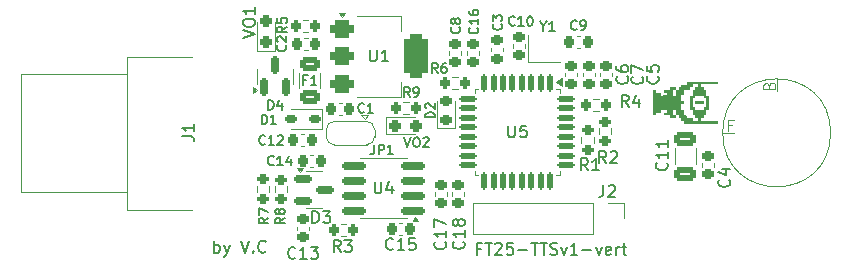
<source format=gbr>
%TF.GenerationSoftware,KiCad,Pcbnew,8.0.8*%
%TF.CreationDate,2025-03-12T20:30:10+01:00*%
%TF.ProjectId,TTS,5454532e-6b69-4636-9164-5f7063625858,rev?*%
%TF.SameCoordinates,PX2255100PY2ebae40*%
%TF.FileFunction,Legend,Top*%
%TF.FilePolarity,Positive*%
%FSLAX46Y46*%
G04 Gerber Fmt 4.6, Leading zero omitted, Abs format (unit mm)*
G04 Created by KiCad (PCBNEW 8.0.8) date 2025-03-12 20:30:10*
%MOMM*%
%LPD*%
G01*
G04 APERTURE LIST*
G04 Aperture macros list*
%AMRoundRect*
0 Rectangle with rounded corners*
0 $1 Rounding radius*
0 $2 $3 $4 $5 $6 $7 $8 $9 X,Y pos of 4 corners*
0 Add a 4 corners polygon primitive as box body*
4,1,4,$2,$3,$4,$5,$6,$7,$8,$9,$2,$3,0*
0 Add four circle primitives for the rounded corners*
1,1,$1+$1,$2,$3*
1,1,$1+$1,$4,$5*
1,1,$1+$1,$6,$7*
1,1,$1+$1,$8,$9*
0 Add four rect primitives between the rounded corners*
20,1,$1+$1,$2,$3,$4,$5,0*
20,1,$1+$1,$4,$5,$6,$7,0*
20,1,$1+$1,$6,$7,$8,$9,0*
20,1,$1+$1,$8,$9,$2,$3,0*%
%AMFreePoly0*
4,1,19,0.550000,-0.750000,0.000000,-0.750000,0.000000,-0.744911,-0.071157,-0.744911,-0.207708,-0.704816,-0.327430,-0.627875,-0.420627,-0.520320,-0.479746,-0.390866,-0.500000,-0.250000,-0.500000,0.250000,-0.479746,0.390866,-0.420627,0.520320,-0.327430,0.627875,-0.207708,0.704816,-0.071157,0.744911,0.000000,0.744911,0.000000,0.750000,0.550000,0.750000,0.550000,-0.750000,0.550000,-0.750000,
$1*%
%AMFreePoly1*
4,1,19,0.000000,0.744911,0.071157,0.744911,0.207708,0.704816,0.327430,0.627875,0.420627,0.520320,0.479746,0.390866,0.500000,0.250000,0.500000,-0.250000,0.479746,-0.390866,0.420627,-0.520320,0.327430,-0.627875,0.207708,-0.704816,0.071157,-0.744911,0.000000,-0.744911,0.000000,-0.750000,-0.550000,-0.750000,-0.550000,0.750000,0.000000,0.750000,0.000000,0.744911,0.000000,0.744911,
$1*%
G04 Aperture macros list end*
%ADD10C,0.150000*%
%ADD11C,0.100000*%
%ADD12C,0.120000*%
%ADD13C,0.000000*%
%ADD14RoundRect,0.150000X-0.587500X-0.150000X0.587500X-0.150000X0.587500X0.150000X-0.587500X0.150000X0*%
%ADD15RoundRect,0.225000X0.225000X0.250000X-0.225000X0.250000X-0.225000X-0.250000X0.225000X-0.250000X0*%
%ADD16R,1.700000X1.700000*%
%ADD17O,1.700000X1.700000*%
%ADD18R,0.900000X0.800000*%
%ADD19C,1.800000*%
%ADD20C,4.000000*%
%ADD21RoundRect,0.225000X-0.225000X-0.250000X0.225000X-0.250000X0.225000X0.250000X-0.225000X0.250000X0*%
%ADD22C,3.200000*%
%ADD23RoundRect,0.150000X0.325000X0.150000X-0.325000X0.150000X-0.325000X-0.150000X0.325000X-0.150000X0*%
%ADD24RoundRect,0.150000X0.825000X0.150000X-0.825000X0.150000X-0.825000X-0.150000X0.825000X-0.150000X0*%
%ADD25RoundRect,0.237500X-0.287500X-0.237500X0.287500X-0.237500X0.287500X0.237500X-0.287500X0.237500X0*%
%ADD26RoundRect,0.150000X0.150000X-0.587500X0.150000X0.587500X-0.150000X0.587500X-0.150000X-0.587500X0*%
%ADD27RoundRect,0.200000X0.275000X-0.200000X0.275000X0.200000X-0.275000X0.200000X-0.275000X-0.200000X0*%
%ADD28RoundRect,0.200000X0.200000X0.275000X-0.200000X0.275000X-0.200000X-0.275000X0.200000X-0.275000X0*%
%ADD29RoundRect,0.200000X-0.200000X-0.275000X0.200000X-0.275000X0.200000X0.275000X-0.200000X0.275000X0*%
%ADD30RoundRect,0.125000X-0.125000X0.625000X-0.125000X-0.625000X0.125000X-0.625000X0.125000X0.625000X0*%
%ADD31RoundRect,0.125000X-0.625000X0.125000X-0.625000X-0.125000X0.625000X-0.125000X0.625000X0.125000X0*%
%ADD32C,1.200000*%
%ADD33RoundRect,0.237500X0.237500X-0.287500X0.237500X0.287500X-0.237500X0.287500X-0.237500X-0.287500X0*%
%ADD34RoundRect,0.225000X0.250000X-0.225000X0.250000X0.225000X-0.250000X0.225000X-0.250000X-0.225000X0*%
%ADD35RoundRect,0.218750X0.256250X-0.218750X0.256250X0.218750X-0.256250X0.218750X-0.256250X-0.218750X0*%
%ADD36RoundRect,0.250000X-0.625000X0.375000X-0.625000X-0.375000X0.625000X-0.375000X0.625000X0.375000X0*%
%ADD37RoundRect,0.225000X-0.250000X0.225000X-0.250000X-0.225000X0.250000X-0.225000X0.250000X0.225000X0*%
%ADD38FreePoly0,180.000000*%
%ADD39R,1.000000X1.500000*%
%ADD40FreePoly1,180.000000*%
%ADD41RoundRect,0.375000X-0.625000X-0.375000X0.625000X-0.375000X0.625000X0.375000X-0.625000X0.375000X0*%
%ADD42RoundRect,0.500000X-0.500000X-1.400000X0.500000X-1.400000X0.500000X1.400000X-0.500000X1.400000X0*%
%ADD43RoundRect,0.250000X0.650000X-0.325000X0.650000X0.325000X-0.650000X0.325000X-0.650000X-0.325000X0*%
%ADD44RoundRect,0.200000X-0.275000X0.200000X-0.275000X-0.200000X0.275000X-0.200000X0.275000X0.200000X0*%
G04 APERTURE END LIST*
D10*
X102076779Y-2099819D02*
X102076779Y-1099819D01*
X102076779Y-1480771D02*
X102172017Y-1433152D01*
X102172017Y-1433152D02*
X102362493Y-1433152D01*
X102362493Y-1433152D02*
X102457731Y-1480771D01*
X102457731Y-1480771D02*
X102505350Y-1528390D01*
X102505350Y-1528390D02*
X102552969Y-1623628D01*
X102552969Y-1623628D02*
X102552969Y-1909342D01*
X102552969Y-1909342D02*
X102505350Y-2004580D01*
X102505350Y-2004580D02*
X102457731Y-2052200D01*
X102457731Y-2052200D02*
X102362493Y-2099819D01*
X102362493Y-2099819D02*
X102172017Y-2099819D01*
X102172017Y-2099819D02*
X102076779Y-2052200D01*
X102886303Y-1433152D02*
X103124398Y-2099819D01*
X103362493Y-1433152D02*
X103124398Y-2099819D01*
X103124398Y-2099819D02*
X103029160Y-2337914D01*
X103029160Y-2337914D02*
X102981541Y-2385533D01*
X102981541Y-2385533D02*
X102886303Y-2433152D01*
X104362494Y-1099819D02*
X104695827Y-2099819D01*
X104695827Y-2099819D02*
X105029160Y-1099819D01*
X105362494Y-2004580D02*
X105410113Y-2052200D01*
X105410113Y-2052200D02*
X105362494Y-2099819D01*
X105362494Y-2099819D02*
X105314875Y-2052200D01*
X105314875Y-2052200D02*
X105362494Y-2004580D01*
X105362494Y-2004580D02*
X105362494Y-2099819D01*
X106410112Y-2004580D02*
X106362493Y-2052200D01*
X106362493Y-2052200D02*
X106219636Y-2099819D01*
X106219636Y-2099819D02*
X106124398Y-2099819D01*
X106124398Y-2099819D02*
X105981541Y-2052200D01*
X105981541Y-2052200D02*
X105886303Y-1956961D01*
X105886303Y-1956961D02*
X105838684Y-1861723D01*
X105838684Y-1861723D02*
X105791065Y-1671247D01*
X105791065Y-1671247D02*
X105791065Y-1528390D01*
X105791065Y-1528390D02*
X105838684Y-1337914D01*
X105838684Y-1337914D02*
X105886303Y-1242676D01*
X105886303Y-1242676D02*
X105981541Y-1147438D01*
X105981541Y-1147438D02*
X106124398Y-1099819D01*
X106124398Y-1099819D02*
X106219636Y-1099819D01*
X106219636Y-1099819D02*
X106362493Y-1147438D01*
X106362493Y-1147438D02*
X106410112Y-1195057D01*
X124620112Y-1756009D02*
X124286779Y-1756009D01*
X124286779Y-2279819D02*
X124286779Y-1279819D01*
X124286779Y-1279819D02*
X124762969Y-1279819D01*
X125001065Y-1279819D02*
X125572493Y-1279819D01*
X125286779Y-2279819D02*
X125286779Y-1279819D01*
X125858208Y-1375057D02*
X125905827Y-1327438D01*
X125905827Y-1327438D02*
X126001065Y-1279819D01*
X126001065Y-1279819D02*
X126239160Y-1279819D01*
X126239160Y-1279819D02*
X126334398Y-1327438D01*
X126334398Y-1327438D02*
X126382017Y-1375057D01*
X126382017Y-1375057D02*
X126429636Y-1470295D01*
X126429636Y-1470295D02*
X126429636Y-1565533D01*
X126429636Y-1565533D02*
X126382017Y-1708390D01*
X126382017Y-1708390D02*
X125810589Y-2279819D01*
X125810589Y-2279819D02*
X126429636Y-2279819D01*
X127334398Y-1279819D02*
X126858208Y-1279819D01*
X126858208Y-1279819D02*
X126810589Y-1756009D01*
X126810589Y-1756009D02*
X126858208Y-1708390D01*
X126858208Y-1708390D02*
X126953446Y-1660771D01*
X126953446Y-1660771D02*
X127191541Y-1660771D01*
X127191541Y-1660771D02*
X127286779Y-1708390D01*
X127286779Y-1708390D02*
X127334398Y-1756009D01*
X127334398Y-1756009D02*
X127382017Y-1851247D01*
X127382017Y-1851247D02*
X127382017Y-2089342D01*
X127382017Y-2089342D02*
X127334398Y-2184580D01*
X127334398Y-2184580D02*
X127286779Y-2232200D01*
X127286779Y-2232200D02*
X127191541Y-2279819D01*
X127191541Y-2279819D02*
X126953446Y-2279819D01*
X126953446Y-2279819D02*
X126858208Y-2232200D01*
X126858208Y-2232200D02*
X126810589Y-2184580D01*
X127810589Y-1898866D02*
X128572494Y-1898866D01*
X128905827Y-1279819D02*
X129477255Y-1279819D01*
X129191541Y-2279819D02*
X129191541Y-1279819D01*
X129667732Y-1279819D02*
X130239160Y-1279819D01*
X129953446Y-2279819D02*
X129953446Y-1279819D01*
X130524875Y-2232200D02*
X130667732Y-2279819D01*
X130667732Y-2279819D02*
X130905827Y-2279819D01*
X130905827Y-2279819D02*
X131001065Y-2232200D01*
X131001065Y-2232200D02*
X131048684Y-2184580D01*
X131048684Y-2184580D02*
X131096303Y-2089342D01*
X131096303Y-2089342D02*
X131096303Y-1994104D01*
X131096303Y-1994104D02*
X131048684Y-1898866D01*
X131048684Y-1898866D02*
X131001065Y-1851247D01*
X131001065Y-1851247D02*
X130905827Y-1803628D01*
X130905827Y-1803628D02*
X130715351Y-1756009D01*
X130715351Y-1756009D02*
X130620113Y-1708390D01*
X130620113Y-1708390D02*
X130572494Y-1660771D01*
X130572494Y-1660771D02*
X130524875Y-1565533D01*
X130524875Y-1565533D02*
X130524875Y-1470295D01*
X130524875Y-1470295D02*
X130572494Y-1375057D01*
X130572494Y-1375057D02*
X130620113Y-1327438D01*
X130620113Y-1327438D02*
X130715351Y-1279819D01*
X130715351Y-1279819D02*
X130953446Y-1279819D01*
X130953446Y-1279819D02*
X131096303Y-1327438D01*
X131429637Y-1613152D02*
X131667732Y-2279819D01*
X131667732Y-2279819D02*
X131905827Y-1613152D01*
X132810589Y-2279819D02*
X132239161Y-2279819D01*
X132524875Y-2279819D02*
X132524875Y-1279819D01*
X132524875Y-1279819D02*
X132429637Y-1422676D01*
X132429637Y-1422676D02*
X132334399Y-1517914D01*
X132334399Y-1517914D02*
X132239161Y-1565533D01*
X133239161Y-1898866D02*
X134001066Y-1898866D01*
X134382018Y-1613152D02*
X134620113Y-2279819D01*
X134620113Y-2279819D02*
X134858208Y-1613152D01*
X135620113Y-2232200D02*
X135524875Y-2279819D01*
X135524875Y-2279819D02*
X135334399Y-2279819D01*
X135334399Y-2279819D02*
X135239161Y-2232200D01*
X135239161Y-2232200D02*
X135191542Y-2136961D01*
X135191542Y-2136961D02*
X135191542Y-1756009D01*
X135191542Y-1756009D02*
X135239161Y-1660771D01*
X135239161Y-1660771D02*
X135334399Y-1613152D01*
X135334399Y-1613152D02*
X135524875Y-1613152D01*
X135524875Y-1613152D02*
X135620113Y-1660771D01*
X135620113Y-1660771D02*
X135667732Y-1756009D01*
X135667732Y-1756009D02*
X135667732Y-1851247D01*
X135667732Y-1851247D02*
X135191542Y-1946485D01*
X136096304Y-2279819D02*
X136096304Y-1613152D01*
X136096304Y-1803628D02*
X136143923Y-1708390D01*
X136143923Y-1708390D02*
X136191542Y-1660771D01*
X136191542Y-1660771D02*
X136286780Y-1613152D01*
X136286780Y-1613152D02*
X136382018Y-1613152D01*
X136572495Y-1613152D02*
X136953447Y-1613152D01*
X136715352Y-1279819D02*
X136715352Y-2136961D01*
X136715352Y-2136961D02*
X136762971Y-2232200D01*
X136762971Y-2232200D02*
X136858209Y-2279819D01*
X136858209Y-2279819D02*
X136953447Y-2279819D01*
X110371905Y405181D02*
X110371905Y1405181D01*
X110371905Y1405181D02*
X110610000Y1405181D01*
X110610000Y1405181D02*
X110752857Y1357562D01*
X110752857Y1357562D02*
X110848095Y1262324D01*
X110848095Y1262324D02*
X110895714Y1167086D01*
X110895714Y1167086D02*
X110943333Y976610D01*
X110943333Y976610D02*
X110943333Y833753D01*
X110943333Y833753D02*
X110895714Y643277D01*
X110895714Y643277D02*
X110848095Y548039D01*
X110848095Y548039D02*
X110752857Y452800D01*
X110752857Y452800D02*
X110610000Y405181D01*
X110610000Y405181D02*
X110371905Y405181D01*
X111276667Y1405181D02*
X111895714Y1405181D01*
X111895714Y1405181D02*
X111562381Y1024229D01*
X111562381Y1024229D02*
X111705238Y1024229D01*
X111705238Y1024229D02*
X111800476Y976610D01*
X111800476Y976610D02*
X111848095Y928991D01*
X111848095Y928991D02*
X111895714Y833753D01*
X111895714Y833753D02*
X111895714Y595658D01*
X111895714Y595658D02*
X111848095Y500420D01*
X111848095Y500420D02*
X111800476Y452800D01*
X111800476Y452800D02*
X111705238Y405181D01*
X111705238Y405181D02*
X111419524Y405181D01*
X111419524Y405181D02*
X111324286Y452800D01*
X111324286Y452800D02*
X111276667Y500420D01*
X106365714Y7103896D02*
X106327618Y7065800D01*
X106327618Y7065800D02*
X106213333Y7027705D01*
X106213333Y7027705D02*
X106137142Y7027705D01*
X106137142Y7027705D02*
X106022856Y7065800D01*
X106022856Y7065800D02*
X105946666Y7141991D01*
X105946666Y7141991D02*
X105908571Y7218181D01*
X105908571Y7218181D02*
X105870475Y7370562D01*
X105870475Y7370562D02*
X105870475Y7484848D01*
X105870475Y7484848D02*
X105908571Y7637229D01*
X105908571Y7637229D02*
X105946666Y7713420D01*
X105946666Y7713420D02*
X106022856Y7789610D01*
X106022856Y7789610D02*
X106137142Y7827705D01*
X106137142Y7827705D02*
X106213333Y7827705D01*
X106213333Y7827705D02*
X106327618Y7789610D01*
X106327618Y7789610D02*
X106365714Y7751515D01*
X107127618Y7027705D02*
X106670475Y7027705D01*
X106899047Y7027705D02*
X106899047Y7827705D01*
X106899047Y7827705D02*
X106822856Y7713420D01*
X106822856Y7713420D02*
X106746666Y7637229D01*
X106746666Y7637229D02*
X106670475Y7599134D01*
X107432380Y7751515D02*
X107470476Y7789610D01*
X107470476Y7789610D02*
X107546666Y7827705D01*
X107546666Y7827705D02*
X107737142Y7827705D01*
X107737142Y7827705D02*
X107813333Y7789610D01*
X107813333Y7789610D02*
X107851428Y7751515D01*
X107851428Y7751515D02*
X107889523Y7675324D01*
X107889523Y7675324D02*
X107889523Y7599134D01*
X107889523Y7599134D02*
X107851428Y7484848D01*
X107851428Y7484848D02*
X107394285Y7027705D01*
X107394285Y7027705D02*
X107889523Y7027705D01*
X135016666Y3605181D02*
X135016666Y2890896D01*
X135016666Y2890896D02*
X134969047Y2748039D01*
X134969047Y2748039D02*
X134873809Y2652800D01*
X134873809Y2652800D02*
X134730952Y2605181D01*
X134730952Y2605181D02*
X134635714Y2605181D01*
X135445238Y3509943D02*
X135492857Y3557562D01*
X135492857Y3557562D02*
X135588095Y3605181D01*
X135588095Y3605181D02*
X135826190Y3605181D01*
X135826190Y3605181D02*
X135921428Y3557562D01*
X135921428Y3557562D02*
X135969047Y3509943D01*
X135969047Y3509943D02*
X136016666Y3414705D01*
X136016666Y3414705D02*
X136016666Y3319467D01*
X136016666Y3319467D02*
X135969047Y3176610D01*
X135969047Y3176610D02*
X135397619Y2605181D01*
X135397619Y2605181D02*
X136016666Y2605181D01*
X129934048Y17068658D02*
X129934048Y16687705D01*
X129667381Y17487705D02*
X129934048Y17068658D01*
X129934048Y17068658D02*
X130200714Y17487705D01*
X130886428Y16687705D02*
X130429285Y16687705D01*
X130657857Y16687705D02*
X130657857Y17487705D01*
X130657857Y17487705D02*
X130581666Y17373420D01*
X130581666Y17373420D02*
X130505476Y17297229D01*
X130505476Y17297229D02*
X130429285Y17259134D01*
X99357319Y7746667D02*
X100071604Y7746667D01*
X100071604Y7746667D02*
X100214461Y7699048D01*
X100214461Y7699048D02*
X100309700Y7603810D01*
X100309700Y7603810D02*
X100357319Y7460953D01*
X100357319Y7460953D02*
X100357319Y7365715D01*
X100357319Y8746667D02*
X100357319Y8175239D01*
X100357319Y8460953D02*
X99357319Y8460953D01*
X99357319Y8460953D02*
X99500176Y8365715D01*
X99500176Y8365715D02*
X99595414Y8270477D01*
X99595414Y8270477D02*
X99643033Y8175239D01*
X117197142Y-1779580D02*
X117149523Y-1827200D01*
X117149523Y-1827200D02*
X117006666Y-1874819D01*
X117006666Y-1874819D02*
X116911428Y-1874819D01*
X116911428Y-1874819D02*
X116768571Y-1827200D01*
X116768571Y-1827200D02*
X116673333Y-1731961D01*
X116673333Y-1731961D02*
X116625714Y-1636723D01*
X116625714Y-1636723D02*
X116578095Y-1446247D01*
X116578095Y-1446247D02*
X116578095Y-1303390D01*
X116578095Y-1303390D02*
X116625714Y-1112914D01*
X116625714Y-1112914D02*
X116673333Y-1017676D01*
X116673333Y-1017676D02*
X116768571Y-922438D01*
X116768571Y-922438D02*
X116911428Y-874819D01*
X116911428Y-874819D02*
X117006666Y-874819D01*
X117006666Y-874819D02*
X117149523Y-922438D01*
X117149523Y-922438D02*
X117197142Y-970057D01*
X118149523Y-1874819D02*
X117578095Y-1874819D01*
X117863809Y-1874819D02*
X117863809Y-874819D01*
X117863809Y-874819D02*
X117768571Y-1017676D01*
X117768571Y-1017676D02*
X117673333Y-1112914D01*
X117673333Y-1112914D02*
X117578095Y-1160533D01*
X119054285Y-874819D02*
X118578095Y-874819D01*
X118578095Y-874819D02*
X118530476Y-1351009D01*
X118530476Y-1351009D02*
X118578095Y-1303390D01*
X118578095Y-1303390D02*
X118673333Y-1255771D01*
X118673333Y-1255771D02*
X118911428Y-1255771D01*
X118911428Y-1255771D02*
X119006666Y-1303390D01*
X119006666Y-1303390D02*
X119054285Y-1351009D01*
X119054285Y-1351009D02*
X119101904Y-1446247D01*
X119101904Y-1446247D02*
X119101904Y-1684342D01*
X119101904Y-1684342D02*
X119054285Y-1779580D01*
X119054285Y-1779580D02*
X119006666Y-1827200D01*
X119006666Y-1827200D02*
X118911428Y-1874819D01*
X118911428Y-1874819D02*
X118673333Y-1874819D01*
X118673333Y-1874819D02*
X118578095Y-1827200D01*
X118578095Y-1827200D02*
X118530476Y-1779580D01*
X106069524Y8777705D02*
X106069524Y9577705D01*
X106069524Y9577705D02*
X106260000Y9577705D01*
X106260000Y9577705D02*
X106374286Y9539610D01*
X106374286Y9539610D02*
X106450476Y9463420D01*
X106450476Y9463420D02*
X106488571Y9387229D01*
X106488571Y9387229D02*
X106526667Y9234848D01*
X106526667Y9234848D02*
X106526667Y9120562D01*
X106526667Y9120562D02*
X106488571Y8968181D01*
X106488571Y8968181D02*
X106450476Y8891991D01*
X106450476Y8891991D02*
X106374286Y8815800D01*
X106374286Y8815800D02*
X106260000Y8777705D01*
X106260000Y8777705D02*
X106069524Y8777705D01*
X107288571Y8777705D02*
X106831428Y8777705D01*
X107060000Y8777705D02*
X107060000Y9577705D01*
X107060000Y9577705D02*
X106983809Y9463420D01*
X106983809Y9463420D02*
X106907619Y9387229D01*
X106907619Y9387229D02*
X106831428Y9349134D01*
X115633095Y3905181D02*
X115633095Y3095658D01*
X115633095Y3095658D02*
X115680714Y3000420D01*
X115680714Y3000420D02*
X115728333Y2952800D01*
X115728333Y2952800D02*
X115823571Y2905181D01*
X115823571Y2905181D02*
X116014047Y2905181D01*
X116014047Y2905181D02*
X116109285Y2952800D01*
X116109285Y2952800D02*
X116156904Y3000420D01*
X116156904Y3000420D02*
X116204523Y3095658D01*
X116204523Y3095658D02*
X116204523Y3905181D01*
X117109285Y3571848D02*
X117109285Y2905181D01*
X116871190Y3952800D02*
X116633095Y3238515D01*
X116633095Y3238515D02*
X117252142Y3238515D01*
X118153333Y7647705D02*
X118420000Y6847705D01*
X118420000Y6847705D02*
X118686666Y7647705D01*
X119105714Y7647705D02*
X119258095Y7647705D01*
X119258095Y7647705D02*
X119334285Y7609610D01*
X119334285Y7609610D02*
X119410476Y7533420D01*
X119410476Y7533420D02*
X119448571Y7381039D01*
X119448571Y7381039D02*
X119448571Y7114372D01*
X119448571Y7114372D02*
X119410476Y6961991D01*
X119410476Y6961991D02*
X119334285Y6885800D01*
X119334285Y6885800D02*
X119258095Y6847705D01*
X119258095Y6847705D02*
X119105714Y6847705D01*
X119105714Y6847705D02*
X119029523Y6885800D01*
X119029523Y6885800D02*
X118953333Y6961991D01*
X118953333Y6961991D02*
X118915237Y7114372D01*
X118915237Y7114372D02*
X118915237Y7381039D01*
X118915237Y7381039D02*
X118953333Y7533420D01*
X118953333Y7533420D02*
X119029523Y7609610D01*
X119029523Y7609610D02*
X119105714Y7647705D01*
X119753332Y7571515D02*
X119791428Y7609610D01*
X119791428Y7609610D02*
X119867618Y7647705D01*
X119867618Y7647705D02*
X120058094Y7647705D01*
X120058094Y7647705D02*
X120134285Y7609610D01*
X120134285Y7609610D02*
X120172380Y7571515D01*
X120172380Y7571515D02*
X120210475Y7495324D01*
X120210475Y7495324D02*
X120210475Y7419134D01*
X120210475Y7419134D02*
X120172380Y7304848D01*
X120172380Y7304848D02*
X119715237Y6847705D01*
X119715237Y6847705D02*
X120210475Y6847705D01*
X106629524Y10007705D02*
X106629524Y10807705D01*
X106629524Y10807705D02*
X106820000Y10807705D01*
X106820000Y10807705D02*
X106934286Y10769610D01*
X106934286Y10769610D02*
X107010476Y10693420D01*
X107010476Y10693420D02*
X107048571Y10617229D01*
X107048571Y10617229D02*
X107086667Y10464848D01*
X107086667Y10464848D02*
X107086667Y10350562D01*
X107086667Y10350562D02*
X107048571Y10198181D01*
X107048571Y10198181D02*
X107010476Y10121991D01*
X107010476Y10121991D02*
X106934286Y10045800D01*
X106934286Y10045800D02*
X106820000Y10007705D01*
X106820000Y10007705D02*
X106629524Y10007705D01*
X107772381Y10541039D02*
X107772381Y10007705D01*
X107581905Y10845800D02*
X107391428Y10274372D01*
X107391428Y10274372D02*
X107886667Y10274372D01*
X133693333Y4870181D02*
X133360000Y5346372D01*
X133121905Y4870181D02*
X133121905Y5870181D01*
X133121905Y5870181D02*
X133502857Y5870181D01*
X133502857Y5870181D02*
X133598095Y5822562D01*
X133598095Y5822562D02*
X133645714Y5774943D01*
X133645714Y5774943D02*
X133693333Y5679705D01*
X133693333Y5679705D02*
X133693333Y5536848D01*
X133693333Y5536848D02*
X133645714Y5441610D01*
X133645714Y5441610D02*
X133598095Y5393991D01*
X133598095Y5393991D02*
X133502857Y5346372D01*
X133502857Y5346372D02*
X133121905Y5346372D01*
X134645714Y4870181D02*
X134074286Y4870181D01*
X134360000Y4870181D02*
X134360000Y5870181D01*
X134360000Y5870181D02*
X134264762Y5727324D01*
X134264762Y5727324D02*
X134169524Y5632086D01*
X134169524Y5632086D02*
X134074286Y5584467D01*
X112753333Y-2044819D02*
X112420000Y-1568628D01*
X112181905Y-2044819D02*
X112181905Y-1044819D01*
X112181905Y-1044819D02*
X112562857Y-1044819D01*
X112562857Y-1044819D02*
X112658095Y-1092438D01*
X112658095Y-1092438D02*
X112705714Y-1140057D01*
X112705714Y-1140057D02*
X112753333Y-1235295D01*
X112753333Y-1235295D02*
X112753333Y-1378152D01*
X112753333Y-1378152D02*
X112705714Y-1473390D01*
X112705714Y-1473390D02*
X112658095Y-1521009D01*
X112658095Y-1521009D02*
X112562857Y-1568628D01*
X112562857Y-1568628D02*
X112181905Y-1568628D01*
X113086667Y-1044819D02*
X113705714Y-1044819D01*
X113705714Y-1044819D02*
X113372381Y-1425771D01*
X113372381Y-1425771D02*
X113515238Y-1425771D01*
X113515238Y-1425771D02*
X113610476Y-1473390D01*
X113610476Y-1473390D02*
X113658095Y-1521009D01*
X113658095Y-1521009D02*
X113705714Y-1616247D01*
X113705714Y-1616247D02*
X113705714Y-1854342D01*
X113705714Y-1854342D02*
X113658095Y-1949580D01*
X113658095Y-1949580D02*
X113610476Y-1997200D01*
X113610476Y-1997200D02*
X113515238Y-2044819D01*
X113515238Y-2044819D02*
X113229524Y-2044819D01*
X113229524Y-2044819D02*
X113134286Y-1997200D01*
X113134286Y-1997200D02*
X113086667Y-1949580D01*
X135243333Y5485181D02*
X134910000Y5961372D01*
X134671905Y5485181D02*
X134671905Y6485181D01*
X134671905Y6485181D02*
X135052857Y6485181D01*
X135052857Y6485181D02*
X135148095Y6437562D01*
X135148095Y6437562D02*
X135195714Y6389943D01*
X135195714Y6389943D02*
X135243333Y6294705D01*
X135243333Y6294705D02*
X135243333Y6151848D01*
X135243333Y6151848D02*
X135195714Y6056610D01*
X135195714Y6056610D02*
X135148095Y6008991D01*
X135148095Y6008991D02*
X135052857Y5961372D01*
X135052857Y5961372D02*
X134671905Y5961372D01*
X135624286Y6389943D02*
X135671905Y6437562D01*
X135671905Y6437562D02*
X135767143Y6485181D01*
X135767143Y6485181D02*
X136005238Y6485181D01*
X136005238Y6485181D02*
X136100476Y6437562D01*
X136100476Y6437562D02*
X136148095Y6389943D01*
X136148095Y6389943D02*
X136195714Y6294705D01*
X136195714Y6294705D02*
X136195714Y6199467D01*
X136195714Y6199467D02*
X136148095Y6056610D01*
X136148095Y6056610D02*
X135576667Y5485181D01*
X135576667Y5485181D02*
X136195714Y5485181D01*
X118606667Y11087705D02*
X118340000Y11468658D01*
X118149524Y11087705D02*
X118149524Y11887705D01*
X118149524Y11887705D02*
X118454286Y11887705D01*
X118454286Y11887705D02*
X118530476Y11849610D01*
X118530476Y11849610D02*
X118568571Y11811515D01*
X118568571Y11811515D02*
X118606667Y11735324D01*
X118606667Y11735324D02*
X118606667Y11621039D01*
X118606667Y11621039D02*
X118568571Y11544848D01*
X118568571Y11544848D02*
X118530476Y11506753D01*
X118530476Y11506753D02*
X118454286Y11468658D01*
X118454286Y11468658D02*
X118149524Y11468658D01*
X118987619Y11087705D02*
X119140000Y11087705D01*
X119140000Y11087705D02*
X119216190Y11125800D01*
X119216190Y11125800D02*
X119254286Y11163896D01*
X119254286Y11163896D02*
X119330476Y11278181D01*
X119330476Y11278181D02*
X119368571Y11430562D01*
X119368571Y11430562D02*
X119368571Y11735324D01*
X119368571Y11735324D02*
X119330476Y11811515D01*
X119330476Y11811515D02*
X119292381Y11849610D01*
X119292381Y11849610D02*
X119216190Y11887705D01*
X119216190Y11887705D02*
X119063809Y11887705D01*
X119063809Y11887705D02*
X118987619Y11849610D01*
X118987619Y11849610D02*
X118949524Y11811515D01*
X118949524Y11811515D02*
X118911428Y11735324D01*
X118911428Y11735324D02*
X118911428Y11544848D01*
X118911428Y11544848D02*
X118949524Y11468658D01*
X118949524Y11468658D02*
X118987619Y11430562D01*
X118987619Y11430562D02*
X119063809Y11392467D01*
X119063809Y11392467D02*
X119216190Y11392467D01*
X119216190Y11392467D02*
X119292381Y11430562D01*
X119292381Y11430562D02*
X119330476Y11468658D01*
X119330476Y11468658D02*
X119368571Y11544848D01*
X126948095Y8645181D02*
X126948095Y7835658D01*
X126948095Y7835658D02*
X126995714Y7740420D01*
X126995714Y7740420D02*
X127043333Y7692800D01*
X127043333Y7692800D02*
X127138571Y7645181D01*
X127138571Y7645181D02*
X127329047Y7645181D01*
X127329047Y7645181D02*
X127424285Y7692800D01*
X127424285Y7692800D02*
X127471904Y7740420D01*
X127471904Y7740420D02*
X127519523Y7835658D01*
X127519523Y7835658D02*
X127519523Y8645181D01*
X128471904Y8645181D02*
X127995714Y8645181D01*
X127995714Y8645181D02*
X127948095Y8168991D01*
X127948095Y8168991D02*
X127995714Y8216610D01*
X127995714Y8216610D02*
X128090952Y8264229D01*
X128090952Y8264229D02*
X128329047Y8264229D01*
X128329047Y8264229D02*
X128424285Y8216610D01*
X128424285Y8216610D02*
X128471904Y8168991D01*
X128471904Y8168991D02*
X128519523Y8073753D01*
X128519523Y8073753D02*
X128519523Y7835658D01*
X128519523Y7835658D02*
X128471904Y7740420D01*
X128471904Y7740420D02*
X128424285Y7692800D01*
X128424285Y7692800D02*
X128329047Y7645181D01*
X128329047Y7645181D02*
X128090952Y7645181D01*
X128090952Y7645181D02*
X127995714Y7692800D01*
X127995714Y7692800D02*
X127948095Y7740420D01*
D11*
X145897217Y8688827D02*
X145563884Y8688827D01*
X145563884Y8165017D02*
X145563884Y9165017D01*
X145563884Y9165017D02*
X146040074Y9165017D01*
X149028609Y12044654D02*
X149076228Y12187511D01*
X149076228Y12187511D02*
X149123847Y12235130D01*
X149123847Y12235130D02*
X149219085Y12282749D01*
X149219085Y12282749D02*
X149361942Y12282749D01*
X149361942Y12282749D02*
X149457180Y12235130D01*
X149457180Y12235130D02*
X149504800Y12187511D01*
X149504800Y12187511D02*
X149552419Y12092273D01*
X149552419Y12092273D02*
X149552419Y11711321D01*
X149552419Y11711321D02*
X148552419Y11711321D01*
X148552419Y11711321D02*
X148552419Y12044654D01*
X148552419Y12044654D02*
X148600038Y12139892D01*
X148600038Y12139892D02*
X148647657Y12187511D01*
X148647657Y12187511D02*
X148742895Y12235130D01*
X148742895Y12235130D02*
X148838133Y12235130D01*
X148838133Y12235130D02*
X148933371Y12187511D01*
X148933371Y12187511D02*
X148980990Y12139892D01*
X148980990Y12139892D02*
X149028609Y12044654D01*
X149028609Y12044654D02*
X149028609Y11711321D01*
D10*
X104504819Y16086668D02*
X105504819Y16420001D01*
X105504819Y16420001D02*
X104504819Y16753334D01*
X104504819Y17277144D02*
X104504819Y17467620D01*
X104504819Y17467620D02*
X104552438Y17562858D01*
X104552438Y17562858D02*
X104647676Y17658096D01*
X104647676Y17658096D02*
X104838152Y17705715D01*
X104838152Y17705715D02*
X105171485Y17705715D01*
X105171485Y17705715D02*
X105361961Y17658096D01*
X105361961Y17658096D02*
X105457200Y17562858D01*
X105457200Y17562858D02*
X105504819Y17467620D01*
X105504819Y17467620D02*
X105504819Y17277144D01*
X105504819Y17277144D02*
X105457200Y17181906D01*
X105457200Y17181906D02*
X105361961Y17086668D01*
X105361961Y17086668D02*
X105171485Y17039049D01*
X105171485Y17039049D02*
X104838152Y17039049D01*
X104838152Y17039049D02*
X104647676Y17086668D01*
X104647676Y17086668D02*
X104552438Y17181906D01*
X104552438Y17181906D02*
X104504819Y17277144D01*
X105504819Y18658096D02*
X105504819Y18086668D01*
X105504819Y18372382D02*
X104504819Y18372382D01*
X104504819Y18372382D02*
X104647676Y18277144D01*
X104647676Y18277144D02*
X104742914Y18181906D01*
X104742914Y18181906D02*
X104790533Y18086668D01*
X137014580Y12813334D02*
X137062200Y12765715D01*
X137062200Y12765715D02*
X137109819Y12622858D01*
X137109819Y12622858D02*
X137109819Y12527620D01*
X137109819Y12527620D02*
X137062200Y12384763D01*
X137062200Y12384763D02*
X136966961Y12289525D01*
X136966961Y12289525D02*
X136871723Y12241906D01*
X136871723Y12241906D02*
X136681247Y12194287D01*
X136681247Y12194287D02*
X136538390Y12194287D01*
X136538390Y12194287D02*
X136347914Y12241906D01*
X136347914Y12241906D02*
X136252676Y12289525D01*
X136252676Y12289525D02*
X136157438Y12384763D01*
X136157438Y12384763D02*
X136109819Y12527620D01*
X136109819Y12527620D02*
X136109819Y12622858D01*
X136109819Y12622858D02*
X136157438Y12765715D01*
X136157438Y12765715D02*
X136205057Y12813334D01*
X136109819Y13670477D02*
X136109819Y13480001D01*
X136109819Y13480001D02*
X136157438Y13384763D01*
X136157438Y13384763D02*
X136205057Y13337144D01*
X136205057Y13337144D02*
X136347914Y13241906D01*
X136347914Y13241906D02*
X136538390Y13194287D01*
X136538390Y13194287D02*
X136919342Y13194287D01*
X136919342Y13194287D02*
X137014580Y13241906D01*
X137014580Y13241906D02*
X137062200Y13289525D01*
X137062200Y13289525D02*
X137109819Y13384763D01*
X137109819Y13384763D02*
X137109819Y13575239D01*
X137109819Y13575239D02*
X137062200Y13670477D01*
X137062200Y13670477D02*
X137014580Y13718096D01*
X137014580Y13718096D02*
X136919342Y13765715D01*
X136919342Y13765715D02*
X136681247Y13765715D01*
X136681247Y13765715D02*
X136586009Y13718096D01*
X136586009Y13718096D02*
X136538390Y13670477D01*
X136538390Y13670477D02*
X136490771Y13575239D01*
X136490771Y13575239D02*
X136490771Y13384763D01*
X136490771Y13384763D02*
X136538390Y13289525D01*
X136538390Y13289525D02*
X136586009Y13241906D01*
X136586009Y13241906D02*
X136681247Y13194287D01*
X107105714Y5353896D02*
X107067618Y5315800D01*
X107067618Y5315800D02*
X106953333Y5277705D01*
X106953333Y5277705D02*
X106877142Y5277705D01*
X106877142Y5277705D02*
X106762856Y5315800D01*
X106762856Y5315800D02*
X106686666Y5391991D01*
X106686666Y5391991D02*
X106648571Y5468181D01*
X106648571Y5468181D02*
X106610475Y5620562D01*
X106610475Y5620562D02*
X106610475Y5734848D01*
X106610475Y5734848D02*
X106648571Y5887229D01*
X106648571Y5887229D02*
X106686666Y5963420D01*
X106686666Y5963420D02*
X106762856Y6039610D01*
X106762856Y6039610D02*
X106877142Y6077705D01*
X106877142Y6077705D02*
X106953333Y6077705D01*
X106953333Y6077705D02*
X107067618Y6039610D01*
X107067618Y6039610D02*
X107105714Y6001515D01*
X107867618Y5277705D02*
X107410475Y5277705D01*
X107639047Y5277705D02*
X107639047Y6077705D01*
X107639047Y6077705D02*
X107562856Y5963420D01*
X107562856Y5963420D02*
X107486666Y5887229D01*
X107486666Y5887229D02*
X107410475Y5849134D01*
X108553333Y5811039D02*
X108553333Y5277705D01*
X108362857Y6115800D02*
X108172380Y5544372D01*
X108172380Y5544372D02*
X108667619Y5544372D01*
X120732295Y9339525D02*
X119932295Y9339525D01*
X119932295Y9339525D02*
X119932295Y9530001D01*
X119932295Y9530001D02*
X119970390Y9644287D01*
X119970390Y9644287D02*
X120046580Y9720477D01*
X120046580Y9720477D02*
X120122771Y9758572D01*
X120122771Y9758572D02*
X120275152Y9796668D01*
X120275152Y9796668D02*
X120389438Y9796668D01*
X120389438Y9796668D02*
X120541819Y9758572D01*
X120541819Y9758572D02*
X120618009Y9720477D01*
X120618009Y9720477D02*
X120694200Y9644287D01*
X120694200Y9644287D02*
X120732295Y9530001D01*
X120732295Y9530001D02*
X120732295Y9339525D01*
X120008485Y10101429D02*
X119970390Y10139525D01*
X119970390Y10139525D02*
X119932295Y10215715D01*
X119932295Y10215715D02*
X119932295Y10406191D01*
X119932295Y10406191D02*
X119970390Y10482382D01*
X119970390Y10482382D02*
X120008485Y10520477D01*
X120008485Y10520477D02*
X120084676Y10558572D01*
X120084676Y10558572D02*
X120160866Y10558572D01*
X120160866Y10558572D02*
X120275152Y10520477D01*
X120275152Y10520477D02*
X120732295Y10063334D01*
X120732295Y10063334D02*
X120732295Y10558572D01*
X109863333Y12516753D02*
X109596667Y12516753D01*
X109596667Y12097705D02*
X109596667Y12897705D01*
X109596667Y12897705D02*
X109977619Y12897705D01*
X110701428Y12097705D02*
X110244285Y12097705D01*
X110472857Y12097705D02*
X110472857Y12897705D01*
X110472857Y12897705D02*
X110396666Y12783420D01*
X110396666Y12783420D02*
X110320476Y12707229D01*
X110320476Y12707229D02*
X110244285Y12669134D01*
X108212295Y17036668D02*
X107831342Y16770001D01*
X108212295Y16579525D02*
X107412295Y16579525D01*
X107412295Y16579525D02*
X107412295Y16884287D01*
X107412295Y16884287D02*
X107450390Y16960477D01*
X107450390Y16960477D02*
X107488485Y16998572D01*
X107488485Y16998572D02*
X107564676Y17036668D01*
X107564676Y17036668D02*
X107678961Y17036668D01*
X107678961Y17036668D02*
X107755152Y16998572D01*
X107755152Y16998572D02*
X107793247Y16960477D01*
X107793247Y16960477D02*
X107831342Y16884287D01*
X107831342Y16884287D02*
X107831342Y16579525D01*
X107412295Y17760477D02*
X107412295Y17379525D01*
X107412295Y17379525D02*
X107793247Y17341429D01*
X107793247Y17341429D02*
X107755152Y17379525D01*
X107755152Y17379525D02*
X107717057Y17455715D01*
X107717057Y17455715D02*
X107717057Y17646191D01*
X107717057Y17646191D02*
X107755152Y17722382D01*
X107755152Y17722382D02*
X107793247Y17760477D01*
X107793247Y17760477D02*
X107869438Y17798572D01*
X107869438Y17798572D02*
X108059914Y17798572D01*
X108059914Y17798572D02*
X108136104Y17760477D01*
X108136104Y17760477D02*
X108174200Y17722382D01*
X108174200Y17722382D02*
X108212295Y17646191D01*
X108212295Y17646191D02*
X108212295Y17455715D01*
X108212295Y17455715D02*
X108174200Y17379525D01*
X108174200Y17379525D02*
X108136104Y17341429D01*
X121599580Y-1192857D02*
X121647200Y-1240476D01*
X121647200Y-1240476D02*
X121694819Y-1383333D01*
X121694819Y-1383333D02*
X121694819Y-1478571D01*
X121694819Y-1478571D02*
X121647200Y-1621428D01*
X121647200Y-1621428D02*
X121551961Y-1716666D01*
X121551961Y-1716666D02*
X121456723Y-1764285D01*
X121456723Y-1764285D02*
X121266247Y-1811904D01*
X121266247Y-1811904D02*
X121123390Y-1811904D01*
X121123390Y-1811904D02*
X120932914Y-1764285D01*
X120932914Y-1764285D02*
X120837676Y-1716666D01*
X120837676Y-1716666D02*
X120742438Y-1621428D01*
X120742438Y-1621428D02*
X120694819Y-1478571D01*
X120694819Y-1478571D02*
X120694819Y-1383333D01*
X120694819Y-1383333D02*
X120742438Y-1240476D01*
X120742438Y-1240476D02*
X120790057Y-1192857D01*
X121694819Y-240476D02*
X121694819Y-811904D01*
X121694819Y-526190D02*
X120694819Y-526190D01*
X120694819Y-526190D02*
X120837676Y-621428D01*
X120837676Y-621428D02*
X120932914Y-716666D01*
X120932914Y-716666D02*
X120980533Y-811904D01*
X120694819Y92858D02*
X120694819Y759524D01*
X120694819Y759524D02*
X121694819Y330953D01*
X108042295Y836668D02*
X107661342Y570001D01*
X108042295Y379525D02*
X107242295Y379525D01*
X107242295Y379525D02*
X107242295Y684287D01*
X107242295Y684287D02*
X107280390Y760477D01*
X107280390Y760477D02*
X107318485Y798572D01*
X107318485Y798572D02*
X107394676Y836668D01*
X107394676Y836668D02*
X107508961Y836668D01*
X107508961Y836668D02*
X107585152Y798572D01*
X107585152Y798572D02*
X107623247Y760477D01*
X107623247Y760477D02*
X107661342Y684287D01*
X107661342Y684287D02*
X107661342Y379525D01*
X107585152Y1293810D02*
X107547057Y1217620D01*
X107547057Y1217620D02*
X107508961Y1179525D01*
X107508961Y1179525D02*
X107432771Y1141429D01*
X107432771Y1141429D02*
X107394676Y1141429D01*
X107394676Y1141429D02*
X107318485Y1179525D01*
X107318485Y1179525D02*
X107280390Y1217620D01*
X107280390Y1217620D02*
X107242295Y1293810D01*
X107242295Y1293810D02*
X107242295Y1446191D01*
X107242295Y1446191D02*
X107280390Y1522382D01*
X107280390Y1522382D02*
X107318485Y1560477D01*
X107318485Y1560477D02*
X107394676Y1598572D01*
X107394676Y1598572D02*
X107432771Y1598572D01*
X107432771Y1598572D02*
X107508961Y1560477D01*
X107508961Y1560477D02*
X107547057Y1522382D01*
X107547057Y1522382D02*
X107585152Y1446191D01*
X107585152Y1446191D02*
X107585152Y1293810D01*
X107585152Y1293810D02*
X107623247Y1217620D01*
X107623247Y1217620D02*
X107661342Y1179525D01*
X107661342Y1179525D02*
X107737533Y1141429D01*
X107737533Y1141429D02*
X107889914Y1141429D01*
X107889914Y1141429D02*
X107966104Y1179525D01*
X107966104Y1179525D02*
X108004200Y1217620D01*
X108004200Y1217620D02*
X108042295Y1293810D01*
X108042295Y1293810D02*
X108042295Y1446191D01*
X108042295Y1446191D02*
X108004200Y1522382D01*
X108004200Y1522382D02*
X107966104Y1560477D01*
X107966104Y1560477D02*
X107889914Y1598572D01*
X107889914Y1598572D02*
X107737533Y1598572D01*
X107737533Y1598572D02*
X107661342Y1560477D01*
X107661342Y1560477D02*
X107623247Y1522382D01*
X107623247Y1522382D02*
X107585152Y1446191D01*
X137143333Y10225181D02*
X136810000Y10701372D01*
X136571905Y10225181D02*
X136571905Y11225181D01*
X136571905Y11225181D02*
X136952857Y11225181D01*
X136952857Y11225181D02*
X137048095Y11177562D01*
X137048095Y11177562D02*
X137095714Y11129943D01*
X137095714Y11129943D02*
X137143333Y11034705D01*
X137143333Y11034705D02*
X137143333Y10891848D01*
X137143333Y10891848D02*
X137095714Y10796610D01*
X137095714Y10796610D02*
X137048095Y10748991D01*
X137048095Y10748991D02*
X136952857Y10701372D01*
X136952857Y10701372D02*
X136571905Y10701372D01*
X138000476Y10891848D02*
X138000476Y10225181D01*
X137762381Y11272800D02*
X137524286Y10558515D01*
X137524286Y10558515D02*
X138143333Y10558515D01*
X122826104Y16986668D02*
X122864200Y16948572D01*
X122864200Y16948572D02*
X122902295Y16834287D01*
X122902295Y16834287D02*
X122902295Y16758096D01*
X122902295Y16758096D02*
X122864200Y16643810D01*
X122864200Y16643810D02*
X122788009Y16567620D01*
X122788009Y16567620D02*
X122711819Y16529525D01*
X122711819Y16529525D02*
X122559438Y16491429D01*
X122559438Y16491429D02*
X122445152Y16491429D01*
X122445152Y16491429D02*
X122292771Y16529525D01*
X122292771Y16529525D02*
X122216580Y16567620D01*
X122216580Y16567620D02*
X122140390Y16643810D01*
X122140390Y16643810D02*
X122102295Y16758096D01*
X122102295Y16758096D02*
X122102295Y16834287D01*
X122102295Y16834287D02*
X122140390Y16948572D01*
X122140390Y16948572D02*
X122178485Y16986668D01*
X122445152Y17443810D02*
X122407057Y17367620D01*
X122407057Y17367620D02*
X122368961Y17329525D01*
X122368961Y17329525D02*
X122292771Y17291429D01*
X122292771Y17291429D02*
X122254676Y17291429D01*
X122254676Y17291429D02*
X122178485Y17329525D01*
X122178485Y17329525D02*
X122140390Y17367620D01*
X122140390Y17367620D02*
X122102295Y17443810D01*
X122102295Y17443810D02*
X122102295Y17596191D01*
X122102295Y17596191D02*
X122140390Y17672382D01*
X122140390Y17672382D02*
X122178485Y17710477D01*
X122178485Y17710477D02*
X122254676Y17748572D01*
X122254676Y17748572D02*
X122292771Y17748572D01*
X122292771Y17748572D02*
X122368961Y17710477D01*
X122368961Y17710477D02*
X122407057Y17672382D01*
X122407057Y17672382D02*
X122445152Y17596191D01*
X122445152Y17596191D02*
X122445152Y17443810D01*
X122445152Y17443810D02*
X122483247Y17367620D01*
X122483247Y17367620D02*
X122521342Y17329525D01*
X122521342Y17329525D02*
X122597533Y17291429D01*
X122597533Y17291429D02*
X122749914Y17291429D01*
X122749914Y17291429D02*
X122826104Y17329525D01*
X122826104Y17329525D02*
X122864200Y17367620D01*
X122864200Y17367620D02*
X122902295Y17443810D01*
X122902295Y17443810D02*
X122902295Y17596191D01*
X122902295Y17596191D02*
X122864200Y17672382D01*
X122864200Y17672382D02*
X122826104Y17710477D01*
X122826104Y17710477D02*
X122749914Y17748572D01*
X122749914Y17748572D02*
X122597533Y17748572D01*
X122597533Y17748572D02*
X122521342Y17710477D01*
X122521342Y17710477D02*
X122483247Y17672382D01*
X122483247Y17672382D02*
X122445152Y17596191D01*
X115593333Y7027705D02*
X115593333Y6456277D01*
X115593333Y6456277D02*
X115555238Y6341991D01*
X115555238Y6341991D02*
X115479047Y6265800D01*
X115479047Y6265800D02*
X115364762Y6227705D01*
X115364762Y6227705D02*
X115288571Y6227705D01*
X115974286Y6227705D02*
X115974286Y7027705D01*
X115974286Y7027705D02*
X116279048Y7027705D01*
X116279048Y7027705D02*
X116355238Y6989610D01*
X116355238Y6989610D02*
X116393333Y6951515D01*
X116393333Y6951515D02*
X116431429Y6875324D01*
X116431429Y6875324D02*
X116431429Y6761039D01*
X116431429Y6761039D02*
X116393333Y6684848D01*
X116393333Y6684848D02*
X116355238Y6646753D01*
X116355238Y6646753D02*
X116279048Y6608658D01*
X116279048Y6608658D02*
X115974286Y6608658D01*
X117193333Y6227705D02*
X116736190Y6227705D01*
X116964762Y6227705D02*
X116964762Y7027705D01*
X116964762Y7027705D02*
X116888571Y6913420D01*
X116888571Y6913420D02*
X116812381Y6837229D01*
X116812381Y6837229D02*
X116736190Y6799134D01*
X127495714Y17193896D02*
X127457618Y17155800D01*
X127457618Y17155800D02*
X127343333Y17117705D01*
X127343333Y17117705D02*
X127267142Y17117705D01*
X127267142Y17117705D02*
X127152856Y17155800D01*
X127152856Y17155800D02*
X127076666Y17231991D01*
X127076666Y17231991D02*
X127038571Y17308181D01*
X127038571Y17308181D02*
X127000475Y17460562D01*
X127000475Y17460562D02*
X127000475Y17574848D01*
X127000475Y17574848D02*
X127038571Y17727229D01*
X127038571Y17727229D02*
X127076666Y17803420D01*
X127076666Y17803420D02*
X127152856Y17879610D01*
X127152856Y17879610D02*
X127267142Y17917705D01*
X127267142Y17917705D02*
X127343333Y17917705D01*
X127343333Y17917705D02*
X127457618Y17879610D01*
X127457618Y17879610D02*
X127495714Y17841515D01*
X128257618Y17117705D02*
X127800475Y17117705D01*
X128029047Y17117705D02*
X128029047Y17917705D01*
X128029047Y17917705D02*
X127952856Y17803420D01*
X127952856Y17803420D02*
X127876666Y17727229D01*
X127876666Y17727229D02*
X127800475Y17689134D01*
X128752857Y17917705D02*
X128829047Y17917705D01*
X128829047Y17917705D02*
X128905238Y17879610D01*
X128905238Y17879610D02*
X128943333Y17841515D01*
X128943333Y17841515D02*
X128981428Y17765324D01*
X128981428Y17765324D02*
X129019523Y17612943D01*
X129019523Y17612943D02*
X129019523Y17422467D01*
X129019523Y17422467D02*
X128981428Y17270086D01*
X128981428Y17270086D02*
X128943333Y17193896D01*
X128943333Y17193896D02*
X128905238Y17155800D01*
X128905238Y17155800D02*
X128829047Y17117705D01*
X128829047Y17117705D02*
X128752857Y17117705D01*
X128752857Y17117705D02*
X128676666Y17155800D01*
X128676666Y17155800D02*
X128638571Y17193896D01*
X128638571Y17193896D02*
X128600476Y17270086D01*
X128600476Y17270086D02*
X128562380Y17422467D01*
X128562380Y17422467D02*
X128562380Y17612943D01*
X128562380Y17612943D02*
X128600476Y17765324D01*
X128600476Y17765324D02*
X128638571Y17841515D01*
X128638571Y17841515D02*
X128676666Y17879610D01*
X128676666Y17879610D02*
X128752857Y17917705D01*
X145649580Y4083334D02*
X145697200Y4035715D01*
X145697200Y4035715D02*
X145744819Y3892858D01*
X145744819Y3892858D02*
X145744819Y3797620D01*
X145744819Y3797620D02*
X145697200Y3654763D01*
X145697200Y3654763D02*
X145601961Y3559525D01*
X145601961Y3559525D02*
X145506723Y3511906D01*
X145506723Y3511906D02*
X145316247Y3464287D01*
X145316247Y3464287D02*
X145173390Y3464287D01*
X145173390Y3464287D02*
X144982914Y3511906D01*
X144982914Y3511906D02*
X144887676Y3559525D01*
X144887676Y3559525D02*
X144792438Y3654763D01*
X144792438Y3654763D02*
X144744819Y3797620D01*
X144744819Y3797620D02*
X144744819Y3892858D01*
X144744819Y3892858D02*
X144792438Y4035715D01*
X144792438Y4035715D02*
X144840057Y4083334D01*
X145078152Y4940477D02*
X145744819Y4940477D01*
X144697200Y4702382D02*
X145411485Y4464287D01*
X145411485Y4464287D02*
X145411485Y5083334D01*
X115238095Y15092681D02*
X115238095Y14283158D01*
X115238095Y14283158D02*
X115285714Y14187920D01*
X115285714Y14187920D02*
X115333333Y14140300D01*
X115333333Y14140300D02*
X115428571Y14092681D01*
X115428571Y14092681D02*
X115619047Y14092681D01*
X115619047Y14092681D02*
X115714285Y14140300D01*
X115714285Y14140300D02*
X115761904Y14187920D01*
X115761904Y14187920D02*
X115809523Y14283158D01*
X115809523Y14283158D02*
X115809523Y15092681D01*
X116809523Y14092681D02*
X116238095Y14092681D01*
X116523809Y14092681D02*
X116523809Y15092681D01*
X116523809Y15092681D02*
X116428571Y14949824D01*
X116428571Y14949824D02*
X116333333Y14854586D01*
X116333333Y14854586D02*
X116238095Y14806967D01*
X140359580Y5497143D02*
X140407200Y5449524D01*
X140407200Y5449524D02*
X140454819Y5306667D01*
X140454819Y5306667D02*
X140454819Y5211429D01*
X140454819Y5211429D02*
X140407200Y5068572D01*
X140407200Y5068572D02*
X140311961Y4973334D01*
X140311961Y4973334D02*
X140216723Y4925715D01*
X140216723Y4925715D02*
X140026247Y4878096D01*
X140026247Y4878096D02*
X139883390Y4878096D01*
X139883390Y4878096D02*
X139692914Y4925715D01*
X139692914Y4925715D02*
X139597676Y4973334D01*
X139597676Y4973334D02*
X139502438Y5068572D01*
X139502438Y5068572D02*
X139454819Y5211429D01*
X139454819Y5211429D02*
X139454819Y5306667D01*
X139454819Y5306667D02*
X139502438Y5449524D01*
X139502438Y5449524D02*
X139550057Y5497143D01*
X140454819Y6449524D02*
X140454819Y5878096D01*
X140454819Y6163810D02*
X139454819Y6163810D01*
X139454819Y6163810D02*
X139597676Y6068572D01*
X139597676Y6068572D02*
X139692914Y5973334D01*
X139692914Y5973334D02*
X139740533Y5878096D01*
X140454819Y7401905D02*
X140454819Y6830477D01*
X140454819Y7116191D02*
X139454819Y7116191D01*
X139454819Y7116191D02*
X139597676Y7020953D01*
X139597676Y7020953D02*
X139692914Y6925715D01*
X139692914Y6925715D02*
X139740533Y6830477D01*
X132756667Y16833896D02*
X132718571Y16795800D01*
X132718571Y16795800D02*
X132604286Y16757705D01*
X132604286Y16757705D02*
X132528095Y16757705D01*
X132528095Y16757705D02*
X132413809Y16795800D01*
X132413809Y16795800D02*
X132337619Y16871991D01*
X132337619Y16871991D02*
X132299524Y16948181D01*
X132299524Y16948181D02*
X132261428Y17100562D01*
X132261428Y17100562D02*
X132261428Y17214848D01*
X132261428Y17214848D02*
X132299524Y17367229D01*
X132299524Y17367229D02*
X132337619Y17443420D01*
X132337619Y17443420D02*
X132413809Y17519610D01*
X132413809Y17519610D02*
X132528095Y17557705D01*
X132528095Y17557705D02*
X132604286Y17557705D01*
X132604286Y17557705D02*
X132718571Y17519610D01*
X132718571Y17519610D02*
X132756667Y17481515D01*
X133137619Y16757705D02*
X133290000Y16757705D01*
X133290000Y16757705D02*
X133366190Y16795800D01*
X133366190Y16795800D02*
X133404286Y16833896D01*
X133404286Y16833896D02*
X133480476Y16948181D01*
X133480476Y16948181D02*
X133518571Y17100562D01*
X133518571Y17100562D02*
X133518571Y17405324D01*
X133518571Y17405324D02*
X133480476Y17481515D01*
X133480476Y17481515D02*
X133442381Y17519610D01*
X133442381Y17519610D02*
X133366190Y17557705D01*
X133366190Y17557705D02*
X133213809Y17557705D01*
X133213809Y17557705D02*
X133137619Y17519610D01*
X133137619Y17519610D02*
X133099524Y17481515D01*
X133099524Y17481515D02*
X133061428Y17405324D01*
X133061428Y17405324D02*
X133061428Y17214848D01*
X133061428Y17214848D02*
X133099524Y17138658D01*
X133099524Y17138658D02*
X133137619Y17100562D01*
X133137619Y17100562D02*
X133213809Y17062467D01*
X133213809Y17062467D02*
X133366190Y17062467D01*
X133366190Y17062467D02*
X133442381Y17100562D01*
X133442381Y17100562D02*
X133480476Y17138658D01*
X133480476Y17138658D02*
X133518571Y17214848D01*
X123159580Y-1182857D02*
X123207200Y-1230476D01*
X123207200Y-1230476D02*
X123254819Y-1373333D01*
X123254819Y-1373333D02*
X123254819Y-1468571D01*
X123254819Y-1468571D02*
X123207200Y-1611428D01*
X123207200Y-1611428D02*
X123111961Y-1706666D01*
X123111961Y-1706666D02*
X123016723Y-1754285D01*
X123016723Y-1754285D02*
X122826247Y-1801904D01*
X122826247Y-1801904D02*
X122683390Y-1801904D01*
X122683390Y-1801904D02*
X122492914Y-1754285D01*
X122492914Y-1754285D02*
X122397676Y-1706666D01*
X122397676Y-1706666D02*
X122302438Y-1611428D01*
X122302438Y-1611428D02*
X122254819Y-1468571D01*
X122254819Y-1468571D02*
X122254819Y-1373333D01*
X122254819Y-1373333D02*
X122302438Y-1230476D01*
X122302438Y-1230476D02*
X122350057Y-1182857D01*
X123254819Y-230476D02*
X123254819Y-801904D01*
X123254819Y-516190D02*
X122254819Y-516190D01*
X122254819Y-516190D02*
X122397676Y-611428D01*
X122397676Y-611428D02*
X122492914Y-706666D01*
X122492914Y-706666D02*
X122540533Y-801904D01*
X122683390Y340953D02*
X122635771Y245715D01*
X122635771Y245715D02*
X122588152Y198096D01*
X122588152Y198096D02*
X122492914Y150477D01*
X122492914Y150477D02*
X122445295Y150477D01*
X122445295Y150477D02*
X122350057Y198096D01*
X122350057Y198096D02*
X122302438Y245715D01*
X122302438Y245715D02*
X122254819Y340953D01*
X122254819Y340953D02*
X122254819Y531429D01*
X122254819Y531429D02*
X122302438Y626667D01*
X122302438Y626667D02*
X122350057Y674286D01*
X122350057Y674286D02*
X122445295Y721905D01*
X122445295Y721905D02*
X122492914Y721905D01*
X122492914Y721905D02*
X122588152Y674286D01*
X122588152Y674286D02*
X122635771Y626667D01*
X122635771Y626667D02*
X122683390Y531429D01*
X122683390Y531429D02*
X122683390Y340953D01*
X122683390Y340953D02*
X122731009Y245715D01*
X122731009Y245715D02*
X122778628Y198096D01*
X122778628Y198096D02*
X122873866Y150477D01*
X122873866Y150477D02*
X123064342Y150477D01*
X123064342Y150477D02*
X123159580Y198096D01*
X123159580Y198096D02*
X123207200Y245715D01*
X123207200Y245715D02*
X123254819Y340953D01*
X123254819Y340953D02*
X123254819Y531429D01*
X123254819Y531429D02*
X123207200Y626667D01*
X123207200Y626667D02*
X123159580Y674286D01*
X123159580Y674286D02*
X123064342Y721905D01*
X123064342Y721905D02*
X122873866Y721905D01*
X122873866Y721905D02*
X122778628Y674286D01*
X122778628Y674286D02*
X122731009Y626667D01*
X122731009Y626667D02*
X122683390Y531429D01*
X114756667Y9833896D02*
X114718571Y9795800D01*
X114718571Y9795800D02*
X114604286Y9757705D01*
X114604286Y9757705D02*
X114528095Y9757705D01*
X114528095Y9757705D02*
X114413809Y9795800D01*
X114413809Y9795800D02*
X114337619Y9871991D01*
X114337619Y9871991D02*
X114299524Y9948181D01*
X114299524Y9948181D02*
X114261428Y10100562D01*
X114261428Y10100562D02*
X114261428Y10214848D01*
X114261428Y10214848D02*
X114299524Y10367229D01*
X114299524Y10367229D02*
X114337619Y10443420D01*
X114337619Y10443420D02*
X114413809Y10519610D01*
X114413809Y10519610D02*
X114528095Y10557705D01*
X114528095Y10557705D02*
X114604286Y10557705D01*
X114604286Y10557705D02*
X114718571Y10519610D01*
X114718571Y10519610D02*
X114756667Y10481515D01*
X115518571Y9757705D02*
X115061428Y9757705D01*
X115290000Y9757705D02*
X115290000Y10557705D01*
X115290000Y10557705D02*
X115213809Y10443420D01*
X115213809Y10443420D02*
X115137619Y10367229D01*
X115137619Y10367229D02*
X115061428Y10329134D01*
X120976667Y13117705D02*
X120710000Y13498658D01*
X120519524Y13117705D02*
X120519524Y13917705D01*
X120519524Y13917705D02*
X120824286Y13917705D01*
X120824286Y13917705D02*
X120900476Y13879610D01*
X120900476Y13879610D02*
X120938571Y13841515D01*
X120938571Y13841515D02*
X120976667Y13765324D01*
X120976667Y13765324D02*
X120976667Y13651039D01*
X120976667Y13651039D02*
X120938571Y13574848D01*
X120938571Y13574848D02*
X120900476Y13536753D01*
X120900476Y13536753D02*
X120824286Y13498658D01*
X120824286Y13498658D02*
X120519524Y13498658D01*
X121662381Y13917705D02*
X121510000Y13917705D01*
X121510000Y13917705D02*
X121433809Y13879610D01*
X121433809Y13879610D02*
X121395714Y13841515D01*
X121395714Y13841515D02*
X121319524Y13727229D01*
X121319524Y13727229D02*
X121281428Y13574848D01*
X121281428Y13574848D02*
X121281428Y13270086D01*
X121281428Y13270086D02*
X121319524Y13193896D01*
X121319524Y13193896D02*
X121357619Y13155800D01*
X121357619Y13155800D02*
X121433809Y13117705D01*
X121433809Y13117705D02*
X121586190Y13117705D01*
X121586190Y13117705D02*
X121662381Y13155800D01*
X121662381Y13155800D02*
X121700476Y13193896D01*
X121700476Y13193896D02*
X121738571Y13270086D01*
X121738571Y13270086D02*
X121738571Y13460562D01*
X121738571Y13460562D02*
X121700476Y13536753D01*
X121700476Y13536753D02*
X121662381Y13574848D01*
X121662381Y13574848D02*
X121586190Y13612943D01*
X121586190Y13612943D02*
X121433809Y13612943D01*
X121433809Y13612943D02*
X121357619Y13574848D01*
X121357619Y13574848D02*
X121319524Y13536753D01*
X121319524Y13536753D02*
X121281428Y13460562D01*
X124351104Y16945715D02*
X124389200Y16907619D01*
X124389200Y16907619D02*
X124427295Y16793334D01*
X124427295Y16793334D02*
X124427295Y16717143D01*
X124427295Y16717143D02*
X124389200Y16602857D01*
X124389200Y16602857D02*
X124313009Y16526667D01*
X124313009Y16526667D02*
X124236819Y16488572D01*
X124236819Y16488572D02*
X124084438Y16450476D01*
X124084438Y16450476D02*
X123970152Y16450476D01*
X123970152Y16450476D02*
X123817771Y16488572D01*
X123817771Y16488572D02*
X123741580Y16526667D01*
X123741580Y16526667D02*
X123665390Y16602857D01*
X123665390Y16602857D02*
X123627295Y16717143D01*
X123627295Y16717143D02*
X123627295Y16793334D01*
X123627295Y16793334D02*
X123665390Y16907619D01*
X123665390Y16907619D02*
X123703485Y16945715D01*
X124427295Y17707619D02*
X124427295Y17250476D01*
X124427295Y17479048D02*
X123627295Y17479048D01*
X123627295Y17479048D02*
X123741580Y17402857D01*
X123741580Y17402857D02*
X123817771Y17326667D01*
X123817771Y17326667D02*
X123855866Y17250476D01*
X123627295Y18393334D02*
X123627295Y18240953D01*
X123627295Y18240953D02*
X123665390Y18164762D01*
X123665390Y18164762D02*
X123703485Y18126667D01*
X123703485Y18126667D02*
X123817771Y18050477D01*
X123817771Y18050477D02*
X123970152Y18012381D01*
X123970152Y18012381D02*
X124274914Y18012381D01*
X124274914Y18012381D02*
X124351104Y18050477D01*
X124351104Y18050477D02*
X124389200Y18088572D01*
X124389200Y18088572D02*
X124427295Y18164762D01*
X124427295Y18164762D02*
X124427295Y18317143D01*
X124427295Y18317143D02*
X124389200Y18393334D01*
X124389200Y18393334D02*
X124351104Y18431429D01*
X124351104Y18431429D02*
X124274914Y18469524D01*
X124274914Y18469524D02*
X124084438Y18469524D01*
X124084438Y18469524D02*
X124008247Y18431429D01*
X124008247Y18431429D02*
X123970152Y18393334D01*
X123970152Y18393334D02*
X123932057Y18317143D01*
X123932057Y18317143D02*
X123932057Y18164762D01*
X123932057Y18164762D02*
X123970152Y18088572D01*
X123970152Y18088572D02*
X124008247Y18050477D01*
X124008247Y18050477D02*
X124084438Y18012381D01*
X106642295Y846668D02*
X106261342Y580001D01*
X106642295Y389525D02*
X105842295Y389525D01*
X105842295Y389525D02*
X105842295Y694287D01*
X105842295Y694287D02*
X105880390Y770477D01*
X105880390Y770477D02*
X105918485Y808572D01*
X105918485Y808572D02*
X105994676Y846668D01*
X105994676Y846668D02*
X106108961Y846668D01*
X106108961Y846668D02*
X106185152Y808572D01*
X106185152Y808572D02*
X106223247Y770477D01*
X106223247Y770477D02*
X106261342Y694287D01*
X106261342Y694287D02*
X106261342Y389525D01*
X105842295Y1113334D02*
X105842295Y1646668D01*
X105842295Y1646668D02*
X106642295Y1303810D01*
X108096104Y15456668D02*
X108134200Y15418572D01*
X108134200Y15418572D02*
X108172295Y15304287D01*
X108172295Y15304287D02*
X108172295Y15228096D01*
X108172295Y15228096D02*
X108134200Y15113810D01*
X108134200Y15113810D02*
X108058009Y15037620D01*
X108058009Y15037620D02*
X107981819Y14999525D01*
X107981819Y14999525D02*
X107829438Y14961429D01*
X107829438Y14961429D02*
X107715152Y14961429D01*
X107715152Y14961429D02*
X107562771Y14999525D01*
X107562771Y14999525D02*
X107486580Y15037620D01*
X107486580Y15037620D02*
X107410390Y15113810D01*
X107410390Y15113810D02*
X107372295Y15228096D01*
X107372295Y15228096D02*
X107372295Y15304287D01*
X107372295Y15304287D02*
X107410390Y15418572D01*
X107410390Y15418572D02*
X107448485Y15456668D01*
X107448485Y15761429D02*
X107410390Y15799525D01*
X107410390Y15799525D02*
X107372295Y15875715D01*
X107372295Y15875715D02*
X107372295Y16066191D01*
X107372295Y16066191D02*
X107410390Y16142382D01*
X107410390Y16142382D02*
X107448485Y16180477D01*
X107448485Y16180477D02*
X107524676Y16218572D01*
X107524676Y16218572D02*
X107600866Y16218572D01*
X107600866Y16218572D02*
X107715152Y16180477D01*
X107715152Y16180477D02*
X108172295Y15723334D01*
X108172295Y15723334D02*
X108172295Y16218572D01*
X126346104Y17246668D02*
X126384200Y17208572D01*
X126384200Y17208572D02*
X126422295Y17094287D01*
X126422295Y17094287D02*
X126422295Y17018096D01*
X126422295Y17018096D02*
X126384200Y16903810D01*
X126384200Y16903810D02*
X126308009Y16827620D01*
X126308009Y16827620D02*
X126231819Y16789525D01*
X126231819Y16789525D02*
X126079438Y16751429D01*
X126079438Y16751429D02*
X125965152Y16751429D01*
X125965152Y16751429D02*
X125812771Y16789525D01*
X125812771Y16789525D02*
X125736580Y16827620D01*
X125736580Y16827620D02*
X125660390Y16903810D01*
X125660390Y16903810D02*
X125622295Y17018096D01*
X125622295Y17018096D02*
X125622295Y17094287D01*
X125622295Y17094287D02*
X125660390Y17208572D01*
X125660390Y17208572D02*
X125698485Y17246668D01*
X125622295Y17513334D02*
X125622295Y18008572D01*
X125622295Y18008572D02*
X125927057Y17741906D01*
X125927057Y17741906D02*
X125927057Y17856191D01*
X125927057Y17856191D02*
X125965152Y17932382D01*
X125965152Y17932382D02*
X126003247Y17970477D01*
X126003247Y17970477D02*
X126079438Y18008572D01*
X126079438Y18008572D02*
X126269914Y18008572D01*
X126269914Y18008572D02*
X126346104Y17970477D01*
X126346104Y17970477D02*
X126384200Y17932382D01*
X126384200Y17932382D02*
X126422295Y17856191D01*
X126422295Y17856191D02*
X126422295Y17627620D01*
X126422295Y17627620D02*
X126384200Y17551429D01*
X126384200Y17551429D02*
X126346104Y17513334D01*
X138284580Y12793334D02*
X138332200Y12745715D01*
X138332200Y12745715D02*
X138379819Y12602858D01*
X138379819Y12602858D02*
X138379819Y12507620D01*
X138379819Y12507620D02*
X138332200Y12364763D01*
X138332200Y12364763D02*
X138236961Y12269525D01*
X138236961Y12269525D02*
X138141723Y12221906D01*
X138141723Y12221906D02*
X137951247Y12174287D01*
X137951247Y12174287D02*
X137808390Y12174287D01*
X137808390Y12174287D02*
X137617914Y12221906D01*
X137617914Y12221906D02*
X137522676Y12269525D01*
X137522676Y12269525D02*
X137427438Y12364763D01*
X137427438Y12364763D02*
X137379819Y12507620D01*
X137379819Y12507620D02*
X137379819Y12602858D01*
X137379819Y12602858D02*
X137427438Y12745715D01*
X137427438Y12745715D02*
X137475057Y12793334D01*
X137379819Y13126668D02*
X137379819Y13793334D01*
X137379819Y13793334D02*
X138379819Y13364763D01*
X108927142Y-2529580D02*
X108879523Y-2577200D01*
X108879523Y-2577200D02*
X108736666Y-2624819D01*
X108736666Y-2624819D02*
X108641428Y-2624819D01*
X108641428Y-2624819D02*
X108498571Y-2577200D01*
X108498571Y-2577200D02*
X108403333Y-2481961D01*
X108403333Y-2481961D02*
X108355714Y-2386723D01*
X108355714Y-2386723D02*
X108308095Y-2196247D01*
X108308095Y-2196247D02*
X108308095Y-2053390D01*
X108308095Y-2053390D02*
X108355714Y-1862914D01*
X108355714Y-1862914D02*
X108403333Y-1767676D01*
X108403333Y-1767676D02*
X108498571Y-1672438D01*
X108498571Y-1672438D02*
X108641428Y-1624819D01*
X108641428Y-1624819D02*
X108736666Y-1624819D01*
X108736666Y-1624819D02*
X108879523Y-1672438D01*
X108879523Y-1672438D02*
X108927142Y-1720057D01*
X109879523Y-2624819D02*
X109308095Y-2624819D01*
X109593809Y-2624819D02*
X109593809Y-1624819D01*
X109593809Y-1624819D02*
X109498571Y-1767676D01*
X109498571Y-1767676D02*
X109403333Y-1862914D01*
X109403333Y-1862914D02*
X109308095Y-1910533D01*
X110212857Y-1624819D02*
X110831904Y-1624819D01*
X110831904Y-1624819D02*
X110498571Y-2005771D01*
X110498571Y-2005771D02*
X110641428Y-2005771D01*
X110641428Y-2005771D02*
X110736666Y-2053390D01*
X110736666Y-2053390D02*
X110784285Y-2101009D01*
X110784285Y-2101009D02*
X110831904Y-2196247D01*
X110831904Y-2196247D02*
X110831904Y-2434342D01*
X110831904Y-2434342D02*
X110784285Y-2529580D01*
X110784285Y-2529580D02*
X110736666Y-2577200D01*
X110736666Y-2577200D02*
X110641428Y-2624819D01*
X110641428Y-2624819D02*
X110355714Y-2624819D01*
X110355714Y-2624819D02*
X110260476Y-2577200D01*
X110260476Y-2577200D02*
X110212857Y-2529580D01*
X139594580Y12833334D02*
X139642200Y12785715D01*
X139642200Y12785715D02*
X139689819Y12642858D01*
X139689819Y12642858D02*
X139689819Y12547620D01*
X139689819Y12547620D02*
X139642200Y12404763D01*
X139642200Y12404763D02*
X139546961Y12309525D01*
X139546961Y12309525D02*
X139451723Y12261906D01*
X139451723Y12261906D02*
X139261247Y12214287D01*
X139261247Y12214287D02*
X139118390Y12214287D01*
X139118390Y12214287D02*
X138927914Y12261906D01*
X138927914Y12261906D02*
X138832676Y12309525D01*
X138832676Y12309525D02*
X138737438Y12404763D01*
X138737438Y12404763D02*
X138689819Y12547620D01*
X138689819Y12547620D02*
X138689819Y12642858D01*
X138689819Y12642858D02*
X138737438Y12785715D01*
X138737438Y12785715D02*
X138785057Y12833334D01*
X138689819Y13738096D02*
X138689819Y13261906D01*
X138689819Y13261906D02*
X139166009Y13214287D01*
X139166009Y13214287D02*
X139118390Y13261906D01*
X139118390Y13261906D02*
X139070771Y13357144D01*
X139070771Y13357144D02*
X139070771Y13595239D01*
X139070771Y13595239D02*
X139118390Y13690477D01*
X139118390Y13690477D02*
X139166009Y13738096D01*
X139166009Y13738096D02*
X139261247Y13785715D01*
X139261247Y13785715D02*
X139499342Y13785715D01*
X139499342Y13785715D02*
X139594580Y13738096D01*
X139594580Y13738096D02*
X139642200Y13690477D01*
X139642200Y13690477D02*
X139689819Y13595239D01*
X139689819Y13595239D02*
X139689819Y13357144D01*
X139689819Y13357144D02*
X139642200Y13261906D01*
X139642200Y13261906D02*
X139594580Y13214287D01*
D12*
%TO.C,D3*%
X110510000Y4770000D02*
X109860000Y4770000D01*
X110510000Y4770000D02*
X111160000Y4770000D01*
X110510000Y1650000D02*
X109860000Y1650000D01*
X110510000Y1650000D02*
X111160000Y1650000D01*
X109347500Y4720000D02*
X109107500Y5050000D01*
X109587500Y5050000D01*
X109347500Y4720000D01*
G36*
X109347500Y4720000D02*
G01*
X109107500Y5050000D01*
X109587500Y5050000D01*
X109347500Y4720000D01*
G37*
%TO.C,C12*%
X109685580Y7940000D02*
X109404420Y7940000D01*
X109685580Y6920000D02*
X109404420Y6920000D01*
%TO.C,J2*%
X123950000Y2140000D02*
X123950000Y-520000D01*
X134169999Y2140000D02*
X123950000Y2140000D01*
X134169999Y2140000D02*
X134169999Y-520000D01*
X134169999Y-520000D02*
X123950000Y-520000D01*
X135440000Y2140000D02*
X136770000Y2140000D01*
X136770000Y2140000D02*
X136770000Y810000D01*
%TO.C,Y1*%
X128635000Y16340000D02*
X128635000Y14040000D01*
X128635000Y14040000D02*
X131335000Y14040000D01*
%TO.C,J1*%
X85700000Y13000000D02*
X94700000Y13000000D01*
X85700000Y3000000D02*
X85700000Y13000000D01*
X94700000Y14500000D02*
X100200000Y14500000D01*
X94700000Y3000000D02*
X85700000Y3000000D01*
X94700000Y1500000D02*
X94700000Y14500000D01*
X100200000Y1500000D02*
X94700000Y1500000D01*
%TO.C,C15*%
X117719420Y410000D02*
X118000580Y410000D01*
X117719420Y-610000D02*
X118000580Y-610000D01*
%TO.C,D1*%
X111180000Y10080000D02*
X108520000Y10080000D01*
X111180000Y8380000D02*
X108520000Y8380000D01*
X111180000Y8380000D02*
X111180000Y10080000D01*
%TO.C,U4*%
X116395000Y5920000D02*
X114445000Y5920000D01*
X116395000Y5920000D02*
X118345000Y5920000D01*
X116395000Y800000D02*
X114445000Y800000D01*
X116395000Y800000D02*
X118345000Y800000D01*
X119335000Y565000D02*
X118855000Y565000D01*
X119095000Y895000D01*
X119335000Y565000D01*
G36*
X119335000Y565000D02*
G01*
X118855000Y565000D01*
X119095000Y895000D01*
X119335000Y565000D01*
G37*
%TO.C,VO2*%
X116592500Y9385000D02*
X116592500Y7915000D01*
X116592500Y7915000D02*
X119052500Y7915000D01*
X119052500Y9385000D02*
X116592500Y9385000D01*
%TO.C,D4*%
X105650000Y12830000D02*
X105650000Y13480000D01*
X105650000Y12830000D02*
X105650000Y12180000D01*
X108770000Y12830000D02*
X108770000Y13480000D01*
X108770000Y12830000D02*
X108770000Y12180000D01*
X105700000Y11667500D02*
X105370000Y11427500D01*
X105370000Y11907500D01*
X105700000Y11667500D01*
G36*
X105700000Y11667500D02*
G01*
X105370000Y11427500D01*
X105370000Y11907500D01*
X105700000Y11667500D01*
G37*
%TO.C,R1*%
X133147500Y7212742D02*
X133147500Y7687258D01*
X134192500Y7212742D02*
X134192500Y7687258D01*
%TO.C,R3*%
X113237258Y312500D02*
X112762742Y312500D01*
X113237258Y-732500D02*
X112762742Y-732500D01*
%TO.C,R2*%
X134612500Y7932742D02*
X134612500Y8407258D01*
X135657500Y7932742D02*
X135657500Y8407258D01*
%TO.C,R9*%
X118072742Y10672500D02*
X118547258Y10672500D01*
X118072742Y9627500D02*
X118547258Y9627500D01*
%TO.C,U5*%
X124100000Y11710000D02*
X124400000Y11710000D01*
X124100000Y11410000D02*
X124100000Y11710000D01*
X124100000Y4790000D02*
X124100000Y4490000D01*
X124100000Y4490000D02*
X124400000Y4490000D01*
X131320000Y11710000D02*
X131020000Y11710000D01*
X131320000Y11410000D02*
X131320000Y11710000D01*
X131320000Y4790000D02*
X131320000Y4490000D01*
X131320000Y4490000D02*
X131020000Y4490000D01*
X131490000Y11972500D02*
X131020000Y12312500D01*
X131490000Y12652500D01*
X131490000Y11972500D01*
G36*
X131490000Y11972500D02*
G01*
X131020000Y12312500D01*
X131490000Y12652500D01*
X131490000Y11972500D01*
G37*
D11*
%TO.C,U2*%
X145110000Y8037436D02*
X146110000Y8037436D01*
X149680000Y12607436D02*
X149680000Y11607436D01*
X154250000Y8037436D02*
G75*
G02*
X145110000Y8037436I-4570000J0D01*
G01*
X145110000Y8037436D02*
G75*
G02*
X154250000Y8037436I4570000J0D01*
G01*
D12*
%TO.C,VO1*%
X105705000Y17440000D02*
X105705000Y14980000D01*
X105705000Y14980000D02*
X107175000Y14980000D01*
X107175000Y14980000D02*
X107175000Y17440000D01*
%TO.C,C6*%
X131765000Y12819420D02*
X131765000Y13100580D01*
X132785000Y12819420D02*
X132785000Y13100580D01*
D13*
%TO.C,G\u002A\u002A\u002A*%
G36*
X142586921Y10465842D02*
G01*
X142582165Y10461085D01*
X142577408Y10465842D01*
X142582165Y10470598D01*
X142586921Y10465842D01*
G37*
G36*
X142777183Y10751235D02*
G01*
X142772427Y10746479D01*
X142767670Y10751235D01*
X142772427Y10755992D01*
X142777183Y10751235D01*
G37*
G36*
X143519206Y10760748D02*
G01*
X143514449Y10755992D01*
X143509693Y10760748D01*
X143514449Y10765505D01*
X143519206Y10760748D01*
G37*
G36*
X143528719Y10465842D02*
G01*
X143523962Y10461085D01*
X143519206Y10465842D01*
X143523962Y10470598D01*
X143528719Y10465842D01*
G37*
G36*
X143690442Y10741722D02*
G01*
X143685685Y10736965D01*
X143680929Y10741722D01*
X143685685Y10746479D01*
X143690442Y10741722D01*
G37*
G36*
X143690442Y10465842D02*
G01*
X143685685Y10461085D01*
X143680929Y10465842D01*
X143685685Y10470598D01*
X143690442Y10465842D01*
G37*
G36*
X142583750Y10752821D02*
G01*
X142584889Y10741531D01*
X142583750Y10740137D01*
X142578095Y10741442D01*
X142577408Y10746479D01*
X142580889Y10754309D01*
X142583750Y10752821D01*
G37*
G36*
X143507583Y10606160D02*
G01*
X143504936Y10475355D01*
X143141060Y10472686D01*
X142777183Y10470017D01*
X142777183Y10597149D01*
X142777634Y10644532D01*
X142778867Y10684881D01*
X142780707Y10714476D01*
X142782976Y10729598D01*
X142783525Y10730623D01*
X142794152Y10732046D01*
X142821686Y10733358D01*
X142864008Y10734522D01*
X142919001Y10735501D01*
X142984544Y10736258D01*
X143058521Y10736758D01*
X143138811Y10736962D01*
X143150049Y10736965D01*
X143510230Y10736965D01*
X143507583Y10606160D01*
G37*
G36*
X142070042Y12344681D02*
G01*
X142946556Y12344681D01*
X143371753Y12344681D01*
X144689318Y12344681D01*
X144689318Y12240037D01*
X144689318Y12135392D01*
X143966322Y12135392D01*
X143243326Y12135392D01*
X143243326Y12006965D01*
X143243326Y11878539D01*
X143371753Y11878539D01*
X143500180Y11878539D01*
X143500180Y11773894D01*
X143500180Y11669250D01*
X143604658Y11669250D01*
X143709136Y11669250D01*
X143711680Y11433801D01*
X143714225Y11198351D01*
X143828382Y11196380D01*
X143873878Y11195579D01*
X143912871Y11194862D01*
X143941157Y11194308D01*
X143954431Y11194002D01*
X143956958Y11190244D01*
X143959126Y11178379D01*
X143960956Y11157240D01*
X143962473Y11125662D01*
X143963701Y11082478D01*
X143964662Y11026522D01*
X143965380Y10956627D01*
X143965879Y10871629D01*
X143966182Y10770360D01*
X143966313Y10651655D01*
X143966322Y10604058D01*
X143966322Y10014521D01*
X143840273Y10011867D01*
X143714225Y10009213D01*
X143711680Y9773763D01*
X143709136Y9538314D01*
X143604658Y9538314D01*
X143500180Y9538314D01*
X143500180Y9414643D01*
X143500180Y9290973D01*
X143371753Y9290973D01*
X143243326Y9290973D01*
X143243326Y9176816D01*
X143243326Y9062658D01*
X143966322Y9062658D01*
X144689318Y9062658D01*
X144689318Y8938988D01*
X144689318Y8815318D01*
X143267108Y8815318D01*
X141844899Y8815318D01*
X141844899Y8943745D01*
X141844899Y9072171D01*
X141716472Y9072171D01*
X141588045Y9072171D01*
X141588045Y9086441D01*
X141844899Y9086441D01*
X141849655Y9081685D01*
X141854412Y9086441D01*
X141849655Y9091198D01*
X141844899Y9086441D01*
X141588045Y9086441D01*
X141588045Y9181572D01*
X141588045Y9276703D01*
X142025648Y9276703D01*
X142030404Y9271947D01*
X142035161Y9276703D01*
X142030404Y9281460D01*
X142025648Y9276703D01*
X141588045Y9276703D01*
X141588045Y9290973D01*
X141483401Y9290973D01*
X141378756Y9290973D01*
X141378756Y9295730D01*
X141597558Y9295730D01*
X141602314Y9290973D01*
X141607071Y9295730D01*
X141602314Y9300486D01*
X141597558Y9295730D01*
X141378756Y9295730D01*
X141378756Y9314756D01*
X141616584Y9314756D01*
X141621341Y9309999D01*
X141626097Y9314756D01*
X141621341Y9319512D01*
X141616584Y9314756D01*
X141378756Y9314756D01*
X141378756Y9333782D01*
X141588045Y9333782D01*
X141592801Y9329025D01*
X141597558Y9333782D01*
X141592801Y9338539D01*
X141588045Y9333782D01*
X141378756Y9333782D01*
X141378756Y9414643D01*
X141378756Y9538314D01*
X141250329Y9538314D01*
X141121902Y9538314D01*
X141121902Y9547827D01*
X141388270Y9547827D01*
X141391750Y9539997D01*
X141394612Y9541485D01*
X141395750Y9552775D01*
X141394612Y9554169D01*
X141388956Y9552863D01*
X141388270Y9547827D01*
X141121902Y9547827D01*
X141121902Y9776443D01*
X141121902Y9990186D01*
X141569019Y9990186D01*
X141573775Y9985430D01*
X141578532Y9990186D01*
X141573775Y9994943D01*
X141569019Y9990186D01*
X141121902Y9990186D01*
X141121902Y10013969D01*
X141569019Y10013969D01*
X141572499Y10006139D01*
X141573775Y10006802D01*
X141575361Y10007627D01*
X141576499Y10018917D01*
X141575361Y10020311D01*
X141569705Y10019005D01*
X141569019Y10013969D01*
X141121902Y10013969D01*
X141121902Y10014573D01*
X141012466Y10011893D01*
X140969391Y10010258D01*
X140934303Y10007824D01*
X140910954Y10004926D01*
X140903065Y10002078D01*
X140903075Y9990940D01*
X140903084Y9963487D01*
X140903092Y9922430D01*
X140903097Y9870480D01*
X140903100Y9810349D01*
X140903101Y9766940D01*
X140903101Y9538937D01*
X141010123Y9536247D01*
X141117146Y9533557D01*
X141119797Y9413773D01*
X141122448Y9293988D01*
X140958074Y9287753D01*
X140897897Y9285626D01*
X140838613Y9283807D01*
X140785253Y9282431D01*
X140742848Y9281634D01*
X140724730Y9281489D01*
X140655760Y9281460D01*
X140655760Y9409887D01*
X140655760Y9538314D01*
X140417932Y9538314D01*
X140180105Y9538314D01*
X140180105Y9562889D01*
X140675537Y9562889D01*
X140677286Y9550551D01*
X140680534Y9550403D01*
X140680923Y9552583D01*
X140693813Y9552583D01*
X140698569Y9547827D01*
X140703326Y9552583D01*
X140698569Y9557340D01*
X140693813Y9552583D01*
X140680923Y9552583D01*
X140682805Y9563136D01*
X140681285Y9568637D01*
X140677800Y9571610D01*
X140693813Y9571610D01*
X140698569Y9566853D01*
X140703326Y9571610D01*
X140698569Y9576366D01*
X140693813Y9571610D01*
X140677800Y9571610D01*
X140677061Y9572240D01*
X140675537Y9562889D01*
X140180105Y9562889D01*
X140180105Y9642682D01*
X140180105Y9747050D01*
X140306153Y9749704D01*
X140432202Y9752359D01*
X140434849Y9883164D01*
X140436463Y9962923D01*
X140876244Y9962923D01*
X140877733Y9960062D01*
X140889023Y9958923D01*
X140890417Y9960062D01*
X140889111Y9965717D01*
X140884075Y9966404D01*
X140876244Y9962923D01*
X140436463Y9962923D01*
X140437015Y9990186D01*
X140665273Y9990186D01*
X140670030Y9985430D01*
X140674786Y9990186D01*
X140703326Y9990186D01*
X140708082Y9985430D01*
X140712839Y9990186D01*
X140708082Y9994943D01*
X140703326Y9990186D01*
X140674786Y9990186D01*
X140670030Y9994943D01*
X140665273Y9990186D01*
X140437015Y9990186D01*
X140437496Y10013969D01*
X140180373Y10013969D01*
X139923251Y10013969D01*
X139923251Y9885542D01*
X139923251Y9757115D01*
X139690180Y9757115D01*
X139457108Y9757115D01*
X139457108Y9647715D01*
X139457108Y9538314D01*
X139353895Y9538314D01*
X139250682Y9538314D01*
X139250787Y10029515D01*
X141123585Y10029515D01*
X141125074Y10026653D01*
X141136363Y10025515D01*
X141137758Y10026653D01*
X141136452Y10032309D01*
X141131416Y10032995D01*
X141123585Y10029515D01*
X139250787Y10029515D01*
X139250823Y10199475D01*
X139419056Y10199475D01*
X139423813Y10194718D01*
X139428569Y10199475D01*
X139438082Y10199475D01*
X139442839Y10194718D01*
X139447595Y10199475D01*
X139442839Y10204231D01*
X139438082Y10199475D01*
X139428569Y10199475D01*
X139423813Y10204231D01*
X139419056Y10199475D01*
X139250823Y10199475D01*
X139250829Y10227023D01*
X140182681Y10227023D01*
X140195413Y10224752D01*
X140200915Y10226272D01*
X140202401Y10228014D01*
X140417932Y10228014D01*
X140422689Y10223258D01*
X140427446Y10228014D01*
X140422689Y10232771D01*
X140417932Y10228014D01*
X140202401Y10228014D01*
X140204518Y10230496D01*
X140195167Y10232020D01*
X140182829Y10230271D01*
X140182681Y10227023D01*
X139250829Y10227023D01*
X139250878Y10456329D01*
X139713962Y10456329D01*
X139718719Y10451572D01*
X139723476Y10456329D01*
X139718719Y10461085D01*
X141559505Y10461085D01*
X141562986Y10453255D01*
X141565848Y10454743D01*
X141566986Y10466033D01*
X141565848Y10467427D01*
X141560192Y10466122D01*
X141559505Y10461085D01*
X139718719Y10461085D01*
X139713962Y10456329D01*
X139250878Y10456329D01*
X139250909Y10603782D01*
X139250935Y10723972D01*
X139687106Y10723972D01*
X139688594Y10721110D01*
X139699884Y10719972D01*
X139701278Y10721110D01*
X139699972Y10726766D01*
X139694936Y10727452D01*
X139687106Y10723972D01*
X139250935Y10723972D01*
X139250947Y10779774D01*
X139713962Y10779774D01*
X139718719Y10775018D01*
X139723476Y10779774D01*
X139718719Y10784531D01*
X139713962Y10779774D01*
X139250947Y10779774D01*
X139250951Y10800767D01*
X141584914Y10800767D01*
X141585169Y10763450D01*
X141585696Y10740573D01*
X141586228Y10734587D01*
X141596285Y10731968D01*
X141621786Y10729781D01*
X141659150Y10728221D01*
X141704797Y10727485D01*
X141717033Y10727452D01*
X141844899Y10727452D01*
X141844899Y10603782D01*
X141844899Y10480112D01*
X141717104Y10480112D01*
X141589309Y10480112D01*
X141586298Y10453951D01*
X141585537Y10436980D01*
X141585093Y10404148D01*
X141584970Y10358618D01*
X141585173Y10303552D01*
X141585704Y10242112D01*
X141586014Y10216123D01*
X141588739Y10004456D01*
X141592801Y10004456D01*
X141602314Y10004456D01*
X141621341Y10004456D01*
X141711896Y10004456D01*
X141835053Y10004456D01*
X141837598Y9770154D01*
X141840142Y9535852D01*
X141849655Y9536016D01*
X141942136Y9537607D01*
X142030404Y9539127D01*
X142044130Y9539363D01*
X142046780Y9409798D01*
X142049431Y9280234D01*
X142303592Y9281130D01*
X142557753Y9282025D01*
X142560446Y9174720D01*
X142563138Y9067415D01*
X142798588Y9064870D01*
X143034037Y9062326D01*
X143034704Y9083897D01*
X143034993Y9102697D01*
X143035210Y9134969D01*
X143035323Y9175158D01*
X143035331Y9195842D01*
X143035291Y9286216D01*
X142910994Y9288871D01*
X142786696Y9291525D01*
X142786696Y9414920D01*
X142786696Y9538314D01*
X142677296Y9538314D01*
X142567895Y9538314D01*
X142567895Y9776142D01*
X142567895Y10013969D01*
X142439396Y10013969D01*
X142310897Y10013969D01*
X142313347Y10606094D01*
X142314755Y10946254D01*
X142567895Y10946254D01*
X142567895Y10585067D01*
X142567895Y10223881D01*
X142674917Y10221191D01*
X142781940Y10218501D01*
X142784640Y10116235D01*
X142787340Y10013969D01*
X143143438Y10013969D01*
X143499536Y10013969D01*
X143502236Y10116235D01*
X143504936Y10218501D01*
X143605703Y10221186D01*
X143706470Y10223871D01*
X143712752Y10418639D01*
X143714479Y10492738D01*
X143715281Y10574522D01*
X143715159Y10656846D01*
X143714113Y10732562D01*
X143712755Y10779831D01*
X143706477Y10946254D01*
X143603328Y10946254D01*
X143500180Y10946254D01*
X143500180Y11069924D01*
X143500180Y11193595D01*
X143143438Y11193595D01*
X142786696Y11193595D01*
X142786696Y11069924D01*
X142786696Y10946254D01*
X142677296Y10946254D01*
X142567895Y10946254D01*
X142314755Y10946254D01*
X142315798Y11198219D01*
X142439468Y11198285D01*
X142563138Y11198351D01*
X142565683Y11433801D01*
X142568227Y11669250D01*
X142677462Y11669250D01*
X142786696Y11669250D01*
X142786696Y11773894D01*
X142786696Y11878539D01*
X142910367Y11878539D01*
X142961136Y11878765D01*
X142995869Y11879712D01*
X143017557Y11881782D01*
X143029186Y11885375D01*
X143033745Y11890893D01*
X143034329Y11895186D01*
X143034594Y11919172D01*
X143034801Y11954462D01*
X143034941Y11995945D01*
X143035006Y12038510D01*
X143034988Y12077045D01*
X143034879Y12106439D01*
X143034687Y12121123D01*
X143033890Y12126977D01*
X143030470Y12131454D01*
X143022227Y12134706D01*
X143006961Y12136882D01*
X142982471Y12138133D01*
X142946556Y12138611D01*
X142897016Y12138465D01*
X142831649Y12137847D01*
X142796217Y12137452D01*
X142558382Y12134756D01*
X142558382Y12011404D01*
X142558382Y11888052D01*
X142434711Y11888052D01*
X142311041Y11888052D01*
X142311041Y11783407D01*
X142311041Y11678763D01*
X142088261Y11678763D01*
X142024363Y11678525D01*
X141966326Y11677855D01*
X141917025Y11676824D01*
X141879334Y11675502D01*
X141856126Y11673959D01*
X141850433Y11672989D01*
X141845686Y11669200D01*
X141842037Y11660465D01*
X141839349Y11644578D01*
X141837481Y11619334D01*
X141836293Y11582527D01*
X141835647Y11531952D01*
X141835402Y11465403D01*
X141835386Y11435161D01*
X141835386Y11203108D01*
X141711884Y11203108D01*
X141588383Y11203108D01*
X141585836Y10972415D01*
X141585243Y10907943D01*
X141584938Y10849829D01*
X141584914Y10800767D01*
X139250951Y10800767D01*
X139251032Y11180601D01*
X141123585Y11180601D01*
X141125074Y11177740D01*
X141131416Y11177100D01*
X141136363Y11176601D01*
X141137758Y11177740D01*
X141136452Y11183395D01*
X141131416Y11184082D01*
X141123585Y11180601D01*
X139251032Y11180601D01*
X139251034Y11188838D01*
X139419056Y11188838D01*
X139423813Y11184082D01*
X139428569Y11188838D01*
X139438082Y11188838D01*
X139442839Y11184082D01*
X139447595Y11188838D01*
X139442839Y11193595D01*
X139438082Y11188838D01*
X139428569Y11188838D01*
X139423813Y11193595D01*
X139419056Y11188838D01*
X139251034Y11188838D01*
X139251136Y11669250D01*
X139354122Y11669250D01*
X139423813Y11669250D01*
X139442839Y11669250D01*
X139457108Y11669250D01*
X139457108Y11540823D01*
X139457108Y11412396D01*
X139689868Y11412396D01*
X139694936Y11412396D01*
X139718719Y11412396D01*
X139922628Y11412396D01*
X139925318Y11305374D01*
X139928007Y11198351D01*
X140180105Y11200993D01*
X140195167Y11201151D01*
X140422689Y11203535D01*
X140432202Y11203635D01*
X140432556Y11217377D01*
X140665273Y11217377D01*
X140670030Y11212621D01*
X140674786Y11217377D01*
X140670030Y11222134D01*
X140665273Y11217377D01*
X140432556Y11217377D01*
X140433292Y11245917D01*
X140874562Y11245917D01*
X140879318Y11241160D01*
X140884075Y11245917D01*
X140879318Y11250673D01*
X140874562Y11245917D01*
X140433292Y11245917D01*
X140434892Y11308015D01*
X140437582Y11412396D01*
X140308843Y11412396D01*
X140180105Y11412396D01*
X140180105Y11540823D01*
X140180105Y11646260D01*
X140656511Y11646260D01*
X140658260Y11633921D01*
X140661508Y11633774D01*
X140663735Y11646260D01*
X140675537Y11646260D01*
X140677061Y11635508D01*
X140677286Y11633921D01*
X140680534Y11633774D01*
X140680923Y11635954D01*
X140693813Y11635954D01*
X140698569Y11631198D01*
X140703326Y11635954D01*
X140698569Y11640711D01*
X140693813Y11635954D01*
X140680923Y11635954D01*
X140682805Y11646506D01*
X140681285Y11652008D01*
X140677801Y11654980D01*
X140693813Y11654980D01*
X140698569Y11650224D01*
X140703326Y11654980D01*
X140698569Y11659737D01*
X140693813Y11654980D01*
X140677801Y11654980D01*
X140677061Y11655611D01*
X140675537Y11646260D01*
X140663735Y11646260D01*
X140663779Y11646506D01*
X140662259Y11652008D01*
X140658035Y11655611D01*
X140656511Y11646260D01*
X140180105Y11646260D01*
X140180105Y11669250D01*
X140417932Y11669250D01*
X140655760Y11669250D01*
X140655760Y11773894D01*
X140655760Y11878539D01*
X140658035Y11878539D01*
X140670030Y11878539D01*
X140677061Y11878539D01*
X140698569Y11878539D01*
X140708082Y11878539D01*
X140879318Y11878539D01*
X140889153Y11878539D01*
X141122546Y11878539D01*
X141119846Y11776273D01*
X141117146Y11674007D01*
X141007745Y11669250D01*
X140898344Y11664494D01*
X140898344Y11436179D01*
X140898739Y11360554D01*
X140899882Y11297836D01*
X140901714Y11249482D01*
X140904178Y11216952D01*
X140907214Y11201703D01*
X140907858Y11200875D01*
X140920803Y11197997D01*
X140948393Y11195665D01*
X140986246Y11194160D01*
X141019637Y11193740D01*
X141121902Y11193595D01*
X141121902Y11217377D01*
X141569019Y11217377D01*
X141573775Y11212621D01*
X141575361Y11214207D01*
X141578532Y11217377D01*
X141573775Y11222134D01*
X141569019Y11217377D01*
X141121902Y11217377D01*
X141121902Y11236404D01*
X141816359Y11236404D01*
X141821116Y11231647D01*
X141825873Y11236404D01*
X141821116Y11241160D01*
X141816359Y11236404D01*
X141121902Y11236404D01*
X141121902Y11431422D01*
X141121902Y11654980D01*
X141388270Y11654980D01*
X141393026Y11650224D01*
X141394612Y11651810D01*
X141397783Y11654980D01*
X141393026Y11659737D01*
X141388270Y11654980D01*
X141121902Y11654980D01*
X141121902Y11669250D01*
X141131416Y11669250D01*
X141250329Y11669250D01*
X141378756Y11669250D01*
X141378756Y11674007D01*
X141816359Y11674007D01*
X141821116Y11669250D01*
X141825873Y11674007D01*
X141821116Y11678763D01*
X141816359Y11674007D01*
X141378756Y11674007D01*
X141378756Y11694309D01*
X141827555Y11694309D01*
X141829044Y11691447D01*
X141840333Y11690309D01*
X141841728Y11691447D01*
X141840422Y11697103D01*
X141835386Y11697789D01*
X141827555Y11694309D01*
X141378756Y11694309D01*
X141378756Y11702546D01*
X141797333Y11702546D01*
X141802090Y11697789D01*
X141806846Y11702546D01*
X141802090Y11707303D01*
X141797333Y11702546D01*
X141378756Y11702546D01*
X141378756Y11773894D01*
X141378756Y11864269D01*
X141588045Y11864269D01*
X141592801Y11859512D01*
X141597558Y11864269D01*
X141592801Y11869025D01*
X141607071Y11869025D01*
X141610317Y11859760D01*
X141611266Y11859512D01*
X141619388Y11866178D01*
X141621341Y11869025D01*
X141620586Y11877792D01*
X141617146Y11878539D01*
X141607458Y11871633D01*
X141607071Y11869025D01*
X141592801Y11869025D01*
X141588045Y11864269D01*
X141378756Y11864269D01*
X141378756Y11878539D01*
X141393026Y11878538D01*
X141485779Y11878529D01*
X141565848Y11878523D01*
X141573775Y11878522D01*
X141592801Y11878520D01*
X141592801Y11930861D01*
X142063700Y11930861D01*
X142068457Y11926104D01*
X142073213Y11930861D01*
X142068457Y11935617D01*
X142063700Y11930861D01*
X141592801Y11930861D01*
X141592801Y12004578D01*
X141592801Y12116366D01*
X142063700Y12116366D01*
X142067181Y12108536D01*
X142068457Y12109200D01*
X142070042Y12110024D01*
X142071181Y12121314D01*
X142070042Y12122708D01*
X142064387Y12121402D01*
X142063700Y12116366D01*
X141592801Y12116366D01*
X141592801Y12130636D01*
X141617146Y12130636D01*
X141802090Y12130636D01*
X141821116Y12130636D01*
X141823498Y12130636D01*
X141835386Y12130636D01*
X142054195Y12130636D01*
X142054191Y12237658D01*
X142054187Y12344681D01*
X142070042Y12344681D01*
G37*
D12*
%TO.C,C14*%
X110460580Y6200000D02*
X110179420Y6200000D01*
X110460580Y5180000D02*
X110179420Y5180000D01*
%TO.C,D2*%
X120950000Y10750000D02*
X120950000Y8465000D01*
X120950000Y8465000D02*
X122420000Y8465000D01*
X122420000Y8465000D02*
X122420000Y10750000D01*
%TO.C,F1*%
X109220000Y13062064D02*
X109220000Y11857936D01*
X111040000Y13062064D02*
X111040000Y11857936D01*
%TO.C,R5*%
X110017258Y17612500D02*
X109542742Y17612500D01*
X110017258Y16567500D02*
X109542742Y16567500D01*
%TO.C,C17*%
X120740000Y3010580D02*
X120740000Y2729420D01*
X121760000Y3010580D02*
X121760000Y2729420D01*
%TO.C,R8*%
X107177500Y3022742D02*
X107177500Y3497258D01*
X108222500Y3022742D02*
X108222500Y3497258D01*
%TO.C,R4*%
X134157742Y10942500D02*
X134632258Y10942500D01*
X134157742Y9897500D02*
X134632258Y9897500D01*
%TO.C,C8*%
X121945000Y14649420D02*
X121945000Y14930580D01*
X122965000Y14649420D02*
X122965000Y14930580D01*
%TO.C,JP1*%
X111540000Y7717500D02*
X111540000Y8317500D01*
X112190000Y9017500D02*
X114990000Y9017500D01*
X114790000Y9217500D02*
X114490000Y9517500D01*
X114790000Y9217500D02*
X115090000Y9517500D01*
X114990000Y7017500D02*
X112190000Y7017500D01*
X115090000Y9517500D02*
X114490000Y9517500D01*
X115640000Y8317500D02*
X115640000Y7717500D01*
X111540000Y8317500D02*
G75*
G02*
X112240000Y9017500I700000J0D01*
G01*
X112240000Y7017500D02*
G75*
G02*
X111540000Y7717500I0J700000D01*
G01*
X114940000Y9017500D02*
G75*
G02*
X115640000Y8317500I1J-699999D01*
G01*
X115640000Y7717500D02*
G75*
G02*
X114940000Y7017500I-699999J-1D01*
G01*
%TO.C,C10*%
X127320000Y15249420D02*
X127320000Y15530580D01*
X128340000Y15249420D02*
X128340000Y15530580D01*
%TO.C,C4*%
X143340000Y5169420D02*
X143340000Y5450580D01*
X144360000Y5169420D02*
X144360000Y5450580D01*
%TO.C,U1*%
X114150000Y17920000D02*
X117910000Y17920000D01*
X114150000Y11100000D02*
X117910000Y11100000D01*
X117910000Y17920000D02*
X117910000Y16660000D01*
X117910000Y11100000D02*
X117910000Y12360000D01*
X112870000Y17820000D02*
X112630000Y18150000D01*
X113110000Y18150000D01*
X112870000Y17820000D01*
G36*
X112870000Y17820000D02*
G01*
X112630000Y18150000D01*
X113110000Y18150000D01*
X112870000Y17820000D01*
G37*
%TO.C,C11*%
X141050000Y5358748D02*
X141050000Y6781252D01*
X142870000Y5358748D02*
X142870000Y6781252D01*
%TO.C,C9*%
X133040580Y16260000D02*
X132759420Y16260000D01*
X133040580Y15240000D02*
X132759420Y15240000D01*
%TO.C,C18*%
X122200000Y3010580D02*
X122200000Y2729420D01*
X123220000Y3010580D02*
X123220000Y2729420D01*
%TO.C,C1*%
X112589420Y10590000D02*
X112870580Y10590000D01*
X112589420Y9570000D02*
X112870580Y9570000D01*
%TO.C,R6*%
X122682258Y12752500D02*
X122207742Y12752500D01*
X122682258Y11707500D02*
X122207742Y11707500D01*
%TO.C,C16*%
X123435000Y14659420D02*
X123435000Y14940580D01*
X124455000Y14659420D02*
X124455000Y14940580D01*
%TO.C,R7*%
X105657500Y3507258D02*
X105657500Y3032742D01*
X106702500Y3507258D02*
X106702500Y3032742D01*
%TO.C,C2*%
X109970580Y16070000D02*
X109689420Y16070000D01*
X109970580Y15050000D02*
X109689420Y15050000D01*
%TO.C,C3*%
X125515000Y15240580D02*
X125515000Y14959420D01*
X126535000Y15240580D02*
X126535000Y14959420D01*
%TO.C,C7*%
X133245000Y12819420D02*
X133245000Y13100580D01*
X134265000Y12819420D02*
X134265000Y13100580D01*
%TO.C,C13*%
X109030000Y100580D02*
X109030000Y-180580D01*
X110050000Y100580D02*
X110050000Y-180580D01*
%TO.C,C5*%
X134715000Y12819420D02*
X134715000Y13100580D01*
X135735000Y12819420D02*
X135735000Y13100580D01*
%TD*%
%LPC*%
D14*
%TO.C,D3*%
X109572500Y4160000D03*
X109572500Y2260000D03*
X111447500Y3210000D03*
%TD*%
D15*
%TO.C,C12*%
X110320000Y7430000D03*
X108770000Y7430000D03*
%TD*%
D16*
%TO.C,J2*%
X135440000Y810000D03*
D17*
X132900000Y810000D03*
X130360001Y810000D03*
X127820000Y810000D03*
X125280000Y810000D03*
%TD*%
D18*
%TO.C,Y1*%
X129285000Y14640000D03*
X130685000Y14640000D03*
X130685000Y15740000D03*
X129285000Y15740000D03*
%TD*%
D19*
%TO.C,J1*%
X102200000Y6300000D03*
X104150000Y6925000D03*
X102200000Y9700000D03*
X104150000Y9075000D03*
D20*
X102700000Y14250000D03*
X102700000Y1750000D03*
%TD*%
D21*
%TO.C,C15*%
X117085000Y-100000D03*
X118635000Y-100000D03*
%TD*%
D22*
%TO.C,H1*%
X141000000Y15600000D03*
%TD*%
D23*
%TO.C,D1*%
X110620000Y9230000D03*
X108520000Y9230000D03*
%TD*%
D24*
%TO.C,U4*%
X118870000Y1455000D03*
X118870000Y2725000D03*
X118870000Y3995000D03*
X118870000Y5265000D03*
X113920000Y5265000D03*
X113920000Y3995000D03*
X113920000Y2725000D03*
X113920000Y1455000D03*
%TD*%
D25*
%TO.C,VO2*%
X117377500Y8650000D03*
X119127500Y8650000D03*
%TD*%
D26*
%TO.C,D4*%
X108160000Y11892500D03*
X107210000Y13767500D03*
X106260000Y11892500D03*
%TD*%
D27*
%TO.C,R1*%
X133670000Y6625000D03*
X133670000Y8275000D03*
%TD*%
D22*
%TO.C,H3*%
X141000000Y400000D03*
%TD*%
D28*
%TO.C,R3*%
X113825000Y-210000D03*
X112175000Y-210000D03*
%TD*%
D27*
%TO.C,R2*%
X135135000Y7345000D03*
X135135000Y8995000D03*
%TD*%
D29*
%TO.C,R9*%
X117485000Y10150000D03*
X119135000Y10150000D03*
%TD*%
D30*
%TO.C,U5*%
X130510000Y12275000D03*
X129710000Y12275000D03*
X128910000Y12275000D03*
X128110000Y12275000D03*
X127310000Y12275000D03*
X126510000Y12275000D03*
X125710000Y12275000D03*
X124910000Y12275000D03*
D31*
X123535000Y10900000D03*
X123535000Y10100000D03*
X123535000Y9300000D03*
X123535000Y8500000D03*
X123535000Y7700000D03*
X123535000Y6900000D03*
X123535000Y6100000D03*
X123535000Y5300000D03*
D30*
X124910000Y3925000D03*
X125710000Y3925000D03*
X126510000Y3925000D03*
X127310000Y3925000D03*
X128110000Y3925000D03*
X128910000Y3925000D03*
X129710000Y3925000D03*
X130510000Y3925000D03*
D31*
X131885000Y5300000D03*
X131885000Y6100000D03*
X131885000Y6900000D03*
X131885000Y7700000D03*
X131885000Y8500000D03*
X131885000Y9300000D03*
X131885000Y10100000D03*
X131885000Y10900000D03*
%TD*%
D32*
%TO.C,U2*%
X146980000Y9154872D03*
X148562564Y10737436D03*
X148562564Y5337436D03*
X152380000Y9154872D03*
X150797436Y5337436D03*
X152380000Y6920000D03*
X146980000Y6920000D03*
X150797436Y10737436D03*
%TD*%
D33*
%TO.C,VO1*%
X106440000Y15765000D03*
X106440000Y17515000D03*
%TD*%
D34*
%TO.C,C6*%
X132275000Y12185000D03*
X132275000Y13735000D03*
%TD*%
D15*
%TO.C,C14*%
X111095000Y5690000D03*
X109545000Y5690000D03*
%TD*%
D35*
%TO.C,D2*%
X121685000Y9162500D03*
X121685000Y10737500D03*
%TD*%
D36*
%TO.C,F1*%
X110130000Y13860000D03*
X110130000Y11060000D03*
%TD*%
D28*
%TO.C,R5*%
X110605000Y17090000D03*
X108955000Y17090000D03*
%TD*%
D37*
%TO.C,C17*%
X121250000Y3645000D03*
X121250000Y2095000D03*
%TD*%
D27*
%TO.C,R8*%
X107700000Y2435000D03*
X107700000Y4085000D03*
%TD*%
D29*
%TO.C,R4*%
X133570000Y10420000D03*
X135220000Y10420000D03*
%TD*%
D34*
%TO.C,C8*%
X122455000Y14015000D03*
X122455000Y15565000D03*
%TD*%
D38*
%TO.C,JP1*%
X114890000Y8017500D03*
D39*
X113590000Y8017500D03*
D40*
X112290000Y8017500D03*
%TD*%
D34*
%TO.C,C10*%
X127830000Y14615000D03*
X127830000Y16165000D03*
%TD*%
%TO.C,C4*%
X143850000Y4535000D03*
X143850000Y6085000D03*
%TD*%
D41*
%TO.C,U1*%
X112850000Y16810000D03*
X112850000Y14510000D03*
D42*
X119150000Y14510000D03*
D41*
X112850000Y12210000D03*
%TD*%
D43*
%TO.C,C11*%
X141960000Y4595000D03*
X141960000Y7545000D03*
%TD*%
D15*
%TO.C,C9*%
X133675000Y15750000D03*
X132125000Y15750000D03*
%TD*%
D37*
%TO.C,C18*%
X122710000Y3645000D03*
X122710000Y2095000D03*
%TD*%
D21*
%TO.C,C1*%
X111955000Y10080000D03*
X113505000Y10080000D03*
%TD*%
D28*
%TO.C,R6*%
X123270000Y12230000D03*
X121620000Y12230000D03*
%TD*%
D34*
%TO.C,C16*%
X123945000Y14025000D03*
X123945000Y15575000D03*
%TD*%
D44*
%TO.C,R7*%
X106180000Y4095000D03*
X106180000Y2445000D03*
%TD*%
D15*
%TO.C,C2*%
X110605000Y15560000D03*
X109055000Y15560000D03*
%TD*%
D37*
%TO.C,C3*%
X126025000Y15875000D03*
X126025000Y14325000D03*
%TD*%
D34*
%TO.C,C7*%
X133755000Y12185000D03*
X133755000Y13735000D03*
%TD*%
D37*
%TO.C,C13*%
X109540000Y735000D03*
X109540000Y-815000D03*
%TD*%
D34*
%TO.C,C5*%
X135225000Y12185000D03*
X135225000Y13735000D03*
%TD*%
%LPD*%
M02*

</source>
